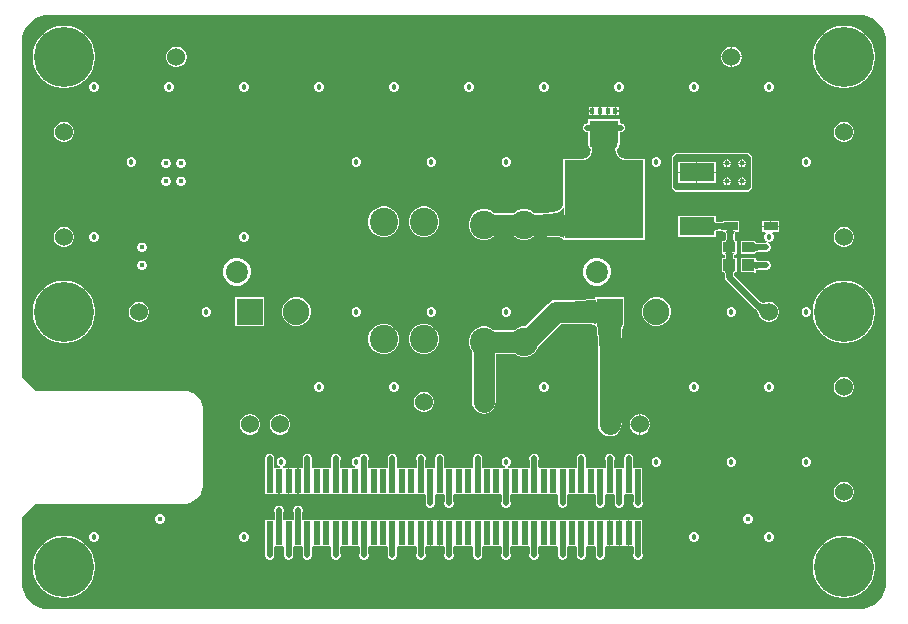
<source format=gbl>
G04*
G04 #@! TF.GenerationSoftware,Altium Limited,Altium Designer,24.0.1 (36)*
G04*
G04 Layer_Physical_Order=4*
G04 Layer_Color=16711680*
%FSLAX44Y44*%
%MOMM*%
G71*
G04*
G04 #@! TF.SameCoordinates,516FB9ED-FB34-4965-85CA-DC03E0874189*
G04*
G04*
G04 #@! TF.FilePolarity,Positive*
G04*
G01*
G75*
%ADD15R,1.0500X1.0000*%
%ADD16R,0.4000X0.3000*%
%ADD17R,0.3800X0.4300*%
%ADD18R,0.3500X0.5000*%
%ADD19R,1.0000X0.9500*%
%ADD20R,1.2100X0.7300*%
%ADD21R,3.0000X1.6000*%
%ADD22R,6.7000X6.7000*%
%ADD41R,2.4500X1.9800*%
%ADD42C,1.7780*%
%ADD43C,0.5080*%
%ADD44C,1.5240*%
%ADD45C,2.4000*%
%ADD46C,2.2400*%
%ADD47R,2.2400X2.2400*%
%ADD48C,1.8600*%
%ADD49C,0.4524*%
%ADD50C,5.0800*%
%ADD51C,0.4572*%
%ADD62R,0.5000X2.0000*%
G36*
X347406Y143304D02*
X351739Y141990D01*
X355733Y139855D01*
X359233Y136983D01*
X362105Y133483D01*
X364240Y129489D01*
X365554Y125156D01*
X365989Y120747D01*
X365969Y120650D01*
Y-336550D01*
X365989Y-336647D01*
X365554Y-341056D01*
X364240Y-345389D01*
X362105Y-349383D01*
X359233Y-352883D01*
X355733Y-355756D01*
X351739Y-357890D01*
X347406Y-359204D01*
X342998Y-359639D01*
X342900Y-359619D01*
X-342900D01*
X-342998Y-359639D01*
X-347406Y-359204D01*
X-351739Y-357890D01*
X-355733Y-355756D01*
X-359233Y-352883D01*
X-362105Y-349383D01*
X-364240Y-345389D01*
X-365554Y-341056D01*
X-365989Y-336647D01*
X-365969Y-336550D01*
Y-281408D01*
X-354260Y-270313D01*
X-228600D01*
X-228595Y-270312D01*
X-228589Y-270313D01*
X-228575Y-270313D01*
X-228568Y-270312D01*
X-228561Y-270313D01*
X-227181Y-270297D01*
X-226985Y-270256D01*
X-226786Y-270254D01*
X-224083Y-269687D01*
X-223900Y-269609D01*
X-223705Y-269568D01*
X-221163Y-268489D01*
X-220998Y-268377D01*
X-220814Y-268299D01*
X-218530Y-266749D01*
X-218390Y-266607D01*
X-218225Y-266495D01*
X-216283Y-264531D01*
X-216173Y-264364D01*
X-216033Y-264223D01*
X-214509Y-261920D01*
X-214433Y-261735D01*
X-214323Y-261569D01*
X-213274Y-259015D01*
X-213236Y-258819D01*
X-213160Y-258635D01*
X-212625Y-255926D01*
X-212625Y-255726D01*
X-212586Y-255531D01*
Y-254150D01*
X-212587Y-254144D01*
X-212586Y-254138D01*
X-212587Y-253993D01*
Y-190500D01*
X-212588Y-190493D01*
X-212587Y-190486D01*
X-212587Y-190471D01*
X-212588Y-190466D01*
X-212587Y-190460D01*
X-212603Y-189099D01*
X-212645Y-188903D01*
X-212647Y-188702D01*
X-213210Y-186039D01*
X-213289Y-185854D01*
X-213331Y-185658D01*
X-214402Y-183155D01*
X-214515Y-182990D01*
X-214594Y-182805D01*
X-216133Y-180560D01*
X-216277Y-180420D01*
X-216390Y-180254D01*
X-218337Y-178351D01*
X-218506Y-178242D01*
X-218649Y-178102D01*
X-220930Y-176616D01*
X-221117Y-176541D01*
X-221285Y-176431D01*
X-223811Y-175418D01*
X-224009Y-175382D01*
X-224195Y-175307D01*
X-226871Y-174806D01*
X-227072Y-174809D01*
X-227269Y-174772D01*
X-228619Y-174787D01*
X-353928D01*
X-365953Y-162762D01*
X-365969Y-162745D01*
Y120650D01*
X-365989Y120747D01*
X-365554Y125156D01*
X-364240Y129489D01*
X-362105Y133483D01*
X-359233Y136983D01*
X-355733Y139855D01*
X-351739Y141990D01*
X-347406Y143304D01*
X-342998Y143739D01*
X-342900Y143719D01*
X342900D01*
X342998Y143739D01*
X347406Y143304D01*
D02*
G37*
%LPC*%
G36*
X236087Y116586D02*
X235458D01*
Y108458D01*
X243586D01*
Y109087D01*
X242997Y111283D01*
X241861Y113253D01*
X240253Y114860D01*
X238283Y115997D01*
X236087Y116586D01*
D02*
G37*
G36*
X234442D02*
X233813D01*
X231617Y115997D01*
X229647Y114860D01*
X228039Y113253D01*
X226903Y111283D01*
X226314Y109087D01*
Y108458D01*
X234442D01*
Y116586D01*
D02*
G37*
G36*
X243586Y107442D02*
X235458D01*
Y99314D01*
X236087D01*
X238283Y99902D01*
X240253Y101039D01*
X241861Y102647D01*
X242997Y104617D01*
X243586Y106813D01*
Y107442D01*
D02*
G37*
G36*
X234442D02*
X226314D01*
Y106813D01*
X226903Y104617D01*
X228039Y102647D01*
X229647Y101039D01*
X231617Y99902D01*
X233813Y99314D01*
X234442D01*
Y107442D01*
D02*
G37*
G36*
X-233813Y116586D02*
X-236087D01*
X-238283Y115997D01*
X-240253Y114860D01*
X-241861Y113253D01*
X-242997Y111283D01*
X-243586Y109087D01*
Y106813D01*
X-242997Y104617D01*
X-241861Y102647D01*
X-240253Y101039D01*
X-238283Y99902D01*
X-236087Y99314D01*
X-233813D01*
X-231617Y99902D01*
X-229647Y101039D01*
X-228039Y102647D01*
X-226903Y104617D01*
X-226314Y106813D01*
Y109087D01*
X-226903Y111283D01*
X-228039Y113253D01*
X-229647Y114860D01*
X-231617Y115997D01*
X-233813Y116586D01*
D02*
G37*
G36*
X332279Y134366D02*
X328121D01*
X324014Y133716D01*
X320060Y132431D01*
X316355Y130543D01*
X312991Y128099D01*
X310051Y125159D01*
X307607Y121795D01*
X305719Y118090D01*
X304434Y114136D01*
X303784Y110029D01*
Y105871D01*
X304434Y101764D01*
X305719Y97810D01*
X307607Y94105D01*
X310051Y90741D01*
X312991Y87801D01*
X316355Y85357D01*
X320060Y83469D01*
X324014Y82184D01*
X328121Y81534D01*
X332279D01*
X336386Y82184D01*
X340340Y83469D01*
X344045Y85357D01*
X347409Y87801D01*
X350349Y90741D01*
X352793Y94105D01*
X354681Y97810D01*
X355966Y101764D01*
X356616Y105871D01*
Y110029D01*
X355966Y114136D01*
X354681Y118090D01*
X352793Y121795D01*
X350349Y125159D01*
X347409Y128099D01*
X344045Y130543D01*
X340340Y132431D01*
X336386Y133716D01*
X332279Y134366D01*
D02*
G37*
G36*
X-328121D02*
X-332279D01*
X-336386Y133716D01*
X-340340Y132431D01*
X-344045Y130543D01*
X-347409Y128099D01*
X-350349Y125159D01*
X-352793Y121795D01*
X-354681Y118090D01*
X-355966Y114136D01*
X-356616Y110029D01*
Y105871D01*
X-355966Y101764D01*
X-354681Y97810D01*
X-352793Y94105D01*
X-350349Y90741D01*
X-347409Y87801D01*
X-344045Y85357D01*
X-340340Y83469D01*
X-336386Y82184D01*
X-332279Y81534D01*
X-328121D01*
X-324014Y82184D01*
X-320060Y83469D01*
X-316355Y85357D01*
X-312991Y87801D01*
X-310051Y90741D01*
X-307607Y94105D01*
X-305719Y97810D01*
X-304434Y101764D01*
X-303784Y105871D01*
Y110029D01*
X-304434Y114136D01*
X-305719Y118090D01*
X-307607Y121795D01*
X-310051Y125159D01*
X-312991Y128099D01*
X-316355Y130543D01*
X-320060Y132431D01*
X-324014Y133716D01*
X-328121Y134366D01*
D02*
G37*
G36*
X267500Y86574D02*
X265900D01*
X264421Y85961D01*
X263289Y84829D01*
X262676Y83350D01*
Y81750D01*
X263289Y80271D01*
X264421Y79139D01*
X265900Y78526D01*
X267500D01*
X268979Y79139D01*
X270111Y80271D01*
X270724Y81750D01*
Y83350D01*
X270111Y84829D01*
X268979Y85961D01*
X267500Y86574D01*
D02*
G37*
G36*
X204000D02*
X202400D01*
X200921Y85961D01*
X199789Y84829D01*
X199176Y83350D01*
Y81750D01*
X199789Y80271D01*
X200921Y79139D01*
X202400Y78526D01*
X204000D01*
X205479Y79139D01*
X206611Y80271D01*
X207224Y81750D01*
Y83350D01*
X206611Y84829D01*
X205479Y85961D01*
X204000Y86574D01*
D02*
G37*
G36*
X140500D02*
X138900D01*
X137421Y85961D01*
X136289Y84829D01*
X135676Y83350D01*
Y81750D01*
X136289Y80271D01*
X137421Y79139D01*
X138900Y78526D01*
X140500D01*
X141979Y79139D01*
X143111Y80271D01*
X143724Y81750D01*
Y83350D01*
X143111Y84829D01*
X141979Y85961D01*
X140500Y86574D01*
D02*
G37*
G36*
X77000D02*
X75400D01*
X73921Y85961D01*
X72789Y84829D01*
X72176Y83350D01*
Y81750D01*
X72789Y80271D01*
X73921Y79139D01*
X75400Y78526D01*
X77000D01*
X78479Y79139D01*
X79611Y80271D01*
X80224Y81750D01*
Y83350D01*
X79611Y84829D01*
X78479Y85961D01*
X77000Y86574D01*
D02*
G37*
G36*
X13500D02*
X11900D01*
X10421Y85961D01*
X9289Y84829D01*
X8676Y83350D01*
Y81750D01*
X9289Y80271D01*
X10421Y79139D01*
X11900Y78526D01*
X13500D01*
X14979Y79139D01*
X16111Y80271D01*
X16724Y81750D01*
Y83350D01*
X16111Y84829D01*
X14979Y85961D01*
X13500Y86574D01*
D02*
G37*
G36*
X-50000D02*
X-51600D01*
X-53079Y85961D01*
X-54211Y84829D01*
X-54824Y83350D01*
Y81750D01*
X-54211Y80271D01*
X-53079Y79139D01*
X-51600Y78526D01*
X-50000D01*
X-48521Y79139D01*
X-47389Y80271D01*
X-46776Y81750D01*
Y83350D01*
X-47389Y84829D01*
X-48521Y85961D01*
X-50000Y86574D01*
D02*
G37*
G36*
X-113500D02*
X-115100D01*
X-116579Y85961D01*
X-117711Y84829D01*
X-118324Y83350D01*
Y81750D01*
X-117711Y80271D01*
X-116579Y79139D01*
X-115100Y78526D01*
X-113500D01*
X-112021Y79139D01*
X-110889Y80271D01*
X-110276Y81750D01*
Y83350D01*
X-110889Y84829D01*
X-112021Y85961D01*
X-113500Y86574D01*
D02*
G37*
G36*
X-177000D02*
X-178600D01*
X-180079Y85961D01*
X-181211Y84829D01*
X-181824Y83350D01*
Y81750D01*
X-181211Y80271D01*
X-180079Y79139D01*
X-178600Y78526D01*
X-177000D01*
X-175521Y79139D01*
X-174389Y80271D01*
X-173776Y81750D01*
Y83350D01*
X-174389Y84829D01*
X-175521Y85961D01*
X-177000Y86574D01*
D02*
G37*
G36*
X-240500D02*
X-242100D01*
X-243579Y85961D01*
X-244711Y84829D01*
X-245324Y83350D01*
Y81750D01*
X-244711Y80271D01*
X-243579Y79139D01*
X-242100Y78526D01*
X-240500D01*
X-239021Y79139D01*
X-237889Y80271D01*
X-237276Y81750D01*
Y83350D01*
X-237889Y84829D01*
X-239021Y85961D01*
X-240500Y86574D01*
D02*
G37*
G36*
X-304000D02*
X-305600D01*
X-307079Y85961D01*
X-308211Y84829D01*
X-308824Y83350D01*
Y81750D01*
X-308211Y80271D01*
X-307079Y79139D01*
X-305600Y78526D01*
X-304000D01*
X-302521Y79139D01*
X-301389Y80271D01*
X-300776Y81750D01*
Y83350D01*
X-301389Y84829D01*
X-302521Y85961D01*
X-304000Y86574D01*
D02*
G37*
G36*
X133984Y65566D02*
X133016D01*
X132714Y65566D01*
X130758D01*
Y62050D01*
Y58534D01*
X132714D01*
X133016Y58534D01*
X133984D01*
X134286Y58534D01*
X136242D01*
Y62050D01*
Y65566D01*
X134286D01*
X133984Y65566D01*
D02*
G37*
G36*
X127484D02*
X126516D01*
X126214Y65566D01*
X124258D01*
Y62050D01*
Y58534D01*
X126214D01*
X126516Y58534D01*
X127484D01*
X127786Y58534D01*
X129742D01*
Y62050D01*
Y65566D01*
X127786D01*
X127484Y65566D01*
D02*
G37*
G36*
X137258Y65566D02*
Y62558D01*
X139516D01*
Y65566D01*
X137258D01*
D02*
G37*
G36*
X116742D02*
X114484D01*
Y62558D01*
X116742D01*
Y65566D01*
D02*
G37*
G36*
X139516Y61542D02*
X137258D01*
Y58534D01*
X139516D01*
Y61542D01*
D02*
G37*
G36*
X120984Y65566D02*
X120016D01*
X119714Y65566D01*
X117758D01*
Y62050D01*
Y58534D01*
X119714D01*
X120016Y58534D01*
X120984D01*
X121286Y58534D01*
X123242D01*
Y62050D01*
Y65566D01*
X121286D01*
X120984Y65566D01*
D02*
G37*
G36*
X116742Y61542D02*
X114484D01*
Y58534D01*
X116742D01*
Y61542D01*
D02*
G37*
G36*
X331337Y53086D02*
X329063D01*
X326867Y52498D01*
X324897Y51361D01*
X323289Y49753D01*
X322152Y47783D01*
X321564Y45587D01*
Y43313D01*
X322152Y41117D01*
X323289Y39147D01*
X324897Y37540D01*
X326867Y36402D01*
X329063Y35814D01*
X331337D01*
X333533Y36402D01*
X335503Y37540D01*
X337110Y39147D01*
X338247Y41117D01*
X338836Y43313D01*
Y45587D01*
X338247Y47783D01*
X337110Y49753D01*
X335503Y51361D01*
X333533Y52498D01*
X331337Y53086D01*
D02*
G37*
G36*
X-329063D02*
X-331337D01*
X-333533Y52498D01*
X-335503Y51361D01*
X-337110Y49753D01*
X-338247Y47783D01*
X-338836Y45587D01*
Y43313D01*
X-338247Y41117D01*
X-337110Y39147D01*
X-335503Y37540D01*
X-333533Y36402D01*
X-331337Y35814D01*
X-329063D01*
X-326867Y36402D01*
X-324897Y37540D01*
X-323289Y39147D01*
X-322152Y41117D01*
X-321564Y43313D01*
Y45587D01*
X-322152Y47783D01*
X-323289Y49753D01*
X-324897Y51361D01*
X-326867Y52498D01*
X-329063Y53086D01*
D02*
G37*
G36*
X299250Y23074D02*
X297650D01*
X296171Y22461D01*
X295039Y21329D01*
X294426Y19850D01*
Y18250D01*
X295039Y16771D01*
X296171Y15639D01*
X297650Y15026D01*
X299250D01*
X300729Y15639D01*
X301861Y16771D01*
X302474Y18250D01*
Y19850D01*
X301861Y21329D01*
X300729Y22461D01*
X299250Y23074D01*
D02*
G37*
G36*
X172250D02*
X170650D01*
X169171Y22461D01*
X168039Y21329D01*
X167426Y19850D01*
Y18250D01*
X168039Y16771D01*
X169171Y15639D01*
X170650Y15026D01*
X172250D01*
X173729Y15639D01*
X174861Y16771D01*
X175474Y18250D01*
Y19850D01*
X174861Y21329D01*
X173729Y22461D01*
X172250Y23074D01*
D02*
G37*
G36*
X45250D02*
X43650D01*
X42171Y22461D01*
X41039Y21329D01*
X40426Y19850D01*
Y18250D01*
X41039Y16771D01*
X42171Y15639D01*
X43650Y15026D01*
X45250D01*
X46729Y15639D01*
X47861Y16771D01*
X48474Y18250D01*
Y19850D01*
X47861Y21329D01*
X46729Y22461D01*
X45250Y23074D01*
D02*
G37*
G36*
X-18250D02*
X-19850D01*
X-21329Y22461D01*
X-22461Y21329D01*
X-23074Y19850D01*
Y18250D01*
X-22461Y16771D01*
X-21329Y15639D01*
X-19850Y15026D01*
X-18250D01*
X-16771Y15639D01*
X-15639Y16771D01*
X-15026Y18250D01*
Y19850D01*
X-15639Y21329D01*
X-16771Y22461D01*
X-18250Y23074D01*
D02*
G37*
G36*
X-81750D02*
X-83350D01*
X-84829Y22461D01*
X-85961Y21329D01*
X-86574Y19850D01*
Y18250D01*
X-85961Y16771D01*
X-84829Y15639D01*
X-83350Y15026D01*
X-81750D01*
X-80271Y15639D01*
X-79139Y16771D01*
X-78526Y18250D01*
Y19850D01*
X-79139Y21329D01*
X-80271Y22461D01*
X-81750Y23074D01*
D02*
G37*
G36*
X-272250D02*
X-273850D01*
X-275329Y22461D01*
X-276461Y21329D01*
X-277074Y19850D01*
Y18250D01*
X-276461Y16771D01*
X-275329Y15639D01*
X-273850Y15026D01*
X-272250D01*
X-270771Y15639D01*
X-269639Y16771D01*
X-269026Y18250D01*
Y19850D01*
X-269639Y21329D01*
X-270771Y22461D01*
X-272250Y23074D01*
D02*
G37*
G36*
X-230344Y21780D02*
X-231936D01*
X-233406Y21171D01*
X-234531Y20046D01*
X-235140Y18576D01*
Y16984D01*
X-234531Y15514D01*
X-233406Y14389D01*
X-231936Y13780D01*
X-230344D01*
X-228874Y14389D01*
X-227749Y15514D01*
X-227140Y16984D01*
Y18576D01*
X-227749Y20046D01*
X-228874Y21171D01*
X-230344Y21780D01*
D02*
G37*
G36*
X-243044D02*
X-244636D01*
X-246106Y21171D01*
X-247231Y20046D01*
X-247840Y18576D01*
Y16984D01*
X-247231Y15514D01*
X-246106Y14389D01*
X-244636Y13780D01*
X-243044D01*
X-241574Y14389D01*
X-240449Y15514D01*
X-239840Y16984D01*
Y18576D01*
X-240449Y20046D01*
X-241574Y21171D01*
X-243044Y21780D01*
D02*
G37*
G36*
X-230344Y6540D02*
X-231936D01*
X-233406Y5931D01*
X-234531Y4806D01*
X-235140Y3336D01*
Y1744D01*
X-234531Y274D01*
X-233406Y-851D01*
X-231936Y-1460D01*
X-230344D01*
X-228874Y-851D01*
X-227749Y274D01*
X-227140Y1744D01*
Y3336D01*
X-227749Y4806D01*
X-228874Y5931D01*
X-230344Y6540D01*
D02*
G37*
G36*
X-243044D02*
X-244636D01*
X-246106Y5931D01*
X-247231Y4806D01*
X-247840Y3336D01*
Y1744D01*
X-247231Y274D01*
X-246106Y-851D01*
X-244636Y-1460D01*
X-243044D01*
X-241574Y-851D01*
X-240449Y274D01*
X-239840Y1744D01*
Y3336D01*
X-240449Y4806D01*
X-241574Y5931D01*
X-243044Y6540D01*
D02*
G37*
G36*
X248920Y26500D02*
X187960D01*
X187575Y26340D01*
X187190Y26185D01*
X184600Y23645D01*
X184598Y23640D01*
X184593Y23638D01*
X184434Y23254D01*
X184271Y22871D01*
X184273Y22865D01*
X184270Y22860D01*
Y-2540D01*
X184273Y-2545D01*
X184271Y-2551D01*
X184433Y-2933D01*
X184593Y-3318D01*
X184598Y-3320D01*
X184600Y-3325D01*
X187190Y-5865D01*
X187575Y-6020D01*
X187960Y-6180D01*
X228600Y-6180D01*
X248920Y-6180D01*
X249698Y-5857D01*
X249698Y-5857D01*
X252238Y-3318D01*
X252560Y-2540D01*
Y22860D01*
X252238Y23638D01*
X249698Y26178D01*
X248920Y26500D01*
D02*
G37*
G36*
X140266Y55366D02*
X113734D01*
Y51676D01*
X112850D01*
X111462Y51400D01*
X111188Y51216D01*
X109934D01*
Y50086D01*
X109500Y49437D01*
X109224Y48050D01*
X109500Y46663D01*
X109934Y46013D01*
Y44884D01*
X111188D01*
X111462Y44700D01*
X112850Y44424D01*
X113734D01*
Y34894D01*
X113722Y34878D01*
X113734Y34776D01*
X113734Y34709D01*
X113681Y34581D01*
X113734Y33534D01*
X114234Y32471D01*
Y30534D01*
X115398D01*
X116124Y29291D01*
X115643Y27503D01*
X114903Y25689D01*
X114028Y24255D01*
X113035Y23185D01*
X111924Y22442D01*
X110665Y21997D01*
X109105Y21833D01*
X109074Y21816D01*
X92484D01*
Y-16223D01*
X92467Y-16254D01*
X92301Y-17814D01*
X91855Y-19073D01*
X91112Y-20185D01*
X90040Y-21178D01*
X88606Y-22053D01*
X86793Y-22794D01*
X84597Y-23384D01*
X82021Y-23813D01*
X79070Y-24073D01*
X75803Y-24158D01*
X67816D01*
X67392Y-23735D01*
X64424Y-22021D01*
X61114Y-21134D01*
X57686D01*
X54376Y-22021D01*
X51408Y-23735D01*
X50984Y-24158D01*
X33816D01*
X33392Y-23735D01*
X30424Y-22021D01*
X27114Y-21134D01*
X23686D01*
X20376Y-22021D01*
X17408Y-23735D01*
X14985Y-26158D01*
X13271Y-29126D01*
X12384Y-32436D01*
Y-35864D01*
X13271Y-39174D01*
X14985Y-42142D01*
X17408Y-44565D01*
X20376Y-46279D01*
X23686Y-47166D01*
X27114D01*
X30424Y-46279D01*
X33392Y-44565D01*
X33816Y-44142D01*
X50984D01*
X51408Y-44565D01*
X54376Y-46279D01*
X57686Y-47166D01*
X61114D01*
X64424Y-46279D01*
X67392Y-44565D01*
X67816Y-44142D01*
X75829D01*
X82099Y-44264D01*
X87010Y-44634D01*
X88891Y-44905D01*
X90399Y-45230D01*
X91500Y-45590D01*
X91761Y-45727D01*
X92484Y-46655D01*
Y-46655D01*
X92484D01*
X92484Y-47216D01*
X93529Y-47269D01*
X93658Y-47216D01*
X93776Y-47216D01*
X93846Y-47223D01*
X93854Y-47216D01*
X161516D01*
Y21816D01*
X144926D01*
X144895Y21833D01*
X143335Y21997D01*
X142076Y22442D01*
X140965Y23185D01*
X139972Y24255D01*
X139097Y25689D01*
X138357Y27503D01*
X137876Y29291D01*
X138602Y30534D01*
X139766D01*
Y33034D01*
X140266Y33534D01*
X140319Y34581D01*
X140266Y34709D01*
X140266Y34776D01*
X140278Y34878D01*
X140266Y34894D01*
Y44424D01*
X141150D01*
X142537Y44700D01*
X142812Y44884D01*
X144066D01*
Y46013D01*
X144500Y46663D01*
X144776Y48050D01*
X144500Y49437D01*
X144066Y50086D01*
Y51216D01*
X142812D01*
X142537Y51400D01*
X141150Y51676D01*
X140266D01*
Y55366D01*
D02*
G37*
G36*
X275326Y-30894D02*
X268768D01*
Y-35052D01*
X275326D01*
Y-30894D01*
D02*
G37*
G36*
X267752D02*
X261194D01*
Y-35052D01*
X267752D01*
Y-30894D01*
D02*
G37*
G36*
X221516Y-26544D02*
X189484D01*
Y-44576D01*
X221516D01*
Y-40786D01*
X221533Y-40756D01*
X221570Y-40403D01*
X221634Y-40224D01*
X221740Y-40065D01*
X221922Y-39897D01*
X222212Y-39721D01*
X222630Y-39551D01*
X223176Y-39405D01*
X223848Y-39293D01*
X224641Y-39224D01*
X224713Y-39222D01*
X226060Y-39293D01*
X226438Y-39337D01*
X227594Y-39666D01*
Y-39667D01*
X227594Y-39667D01*
Y-40226D01*
X228641Y-40279D01*
X228760Y-40230D01*
X228784Y-40243D01*
X229137Y-40280D01*
X229317Y-40344D01*
X229475Y-40450D01*
X229643Y-40632D01*
X229820Y-40922D01*
X229989Y-41340D01*
X230135Y-41886D01*
X230247Y-42558D01*
X230316Y-43351D01*
X230331Y-43900D01*
X230316Y-44447D01*
X230247Y-45240D01*
X230135Y-45911D01*
X229989Y-46456D01*
X229820Y-46873D01*
X229643Y-47165D01*
X229474Y-47347D01*
X229315Y-47455D01*
X229135Y-47519D01*
X228781Y-47558D01*
X228751Y-47574D01*
X227284D01*
Y-57836D01*
X227284Y-57854D01*
X227237Y-57939D01*
X227241Y-58035D01*
X227231Y-58060D01*
X227284Y-59106D01*
X227843D01*
Y-59106D01*
X227844D01*
X229004Y-59543D01*
X229160Y-59810D01*
X229323Y-60227D01*
X229463Y-60773D01*
X229470Y-60814D01*
X229455Y-60904D01*
X229309Y-61451D01*
X229139Y-61868D01*
X228963Y-62158D01*
X228795Y-62340D01*
X228636Y-62446D01*
X228457Y-62510D01*
X228104Y-62547D01*
X228074Y-62564D01*
X227034D01*
Y-74596D01*
X228338D01*
X228367Y-74612D01*
X228662Y-74645D01*
X228786Y-74692D01*
X228904Y-74775D01*
X229042Y-74934D01*
X229196Y-75202D01*
X229347Y-75595D01*
X229477Y-76111D01*
X229576Y-76747D01*
X229639Y-77499D01*
X229661Y-78387D01*
X229695Y-78465D01*
X229950Y-79747D01*
X230736Y-80924D01*
X255041Y-105228D01*
X255053Y-105260D01*
X255480Y-105709D01*
X256281Y-106689D01*
X256635Y-107191D01*
X257337Y-108343D01*
X257647Y-108934D01*
X258246Y-110262D01*
X258520Y-110969D01*
X258587Y-111040D01*
X258652Y-111283D01*
X259790Y-113253D01*
X261397Y-114860D01*
X263367Y-115997D01*
X265563Y-116586D01*
X267837D01*
X270033Y-115997D01*
X272003Y-114860D01*
X273610Y-113253D01*
X274748Y-111283D01*
X275336Y-109087D01*
Y-106813D01*
X274748Y-104617D01*
X273610Y-102647D01*
X272003Y-101039D01*
X270033Y-99902D01*
X267837Y-99314D01*
X265563D01*
X263698Y-99814D01*
X263588Y-99806D01*
X262996Y-100002D01*
X262482Y-100112D01*
X261992Y-100157D01*
X261519Y-100140D01*
X261059Y-100062D01*
X260603Y-99923D01*
X260146Y-99718D01*
X259685Y-99442D01*
X259218Y-99090D01*
X258714Y-98628D01*
X258685Y-98618D01*
X237008Y-76940D01*
X237024Y-76747D01*
X237123Y-76111D01*
X237253Y-75595D01*
X237404Y-75202D01*
X237558Y-74934D01*
X237696Y-74775D01*
X237814Y-74692D01*
X237938Y-74645D01*
X238233Y-74612D01*
X238262Y-74596D01*
X239566D01*
Y-62564D01*
X238526D01*
X238496Y-62547D01*
X238143Y-62510D01*
X237964Y-62446D01*
X237805Y-62340D01*
X237637Y-62158D01*
X237461Y-61868D01*
X237291Y-61451D01*
X237145Y-60904D01*
X237130Y-60814D01*
X237136Y-60773D01*
X237277Y-60227D01*
X237440Y-59810D01*
X237596Y-59543D01*
X238756Y-59106D01*
X238757D01*
Y-59106D01*
X239316Y-59106D01*
X239369Y-58060D01*
X239359Y-58035D01*
X239363Y-57939D01*
X239316Y-57854D01*
Y-48854D01*
X239357Y-48787D01*
X239342Y-48682D01*
X239369Y-48617D01*
X239316Y-47574D01*
X238752D01*
Y-47574D01*
X238751D01*
X237926Y-46733D01*
X237872Y-46542D01*
X237768Y-45984D01*
X237636Y-44449D01*
X237628Y-43969D01*
X237644Y-43351D01*
X237713Y-42558D01*
X237825Y-41886D01*
X237971Y-41340D01*
X238141Y-40922D01*
X238317Y-40632D01*
X238485Y-40450D01*
X238644Y-40344D01*
X238823Y-40280D01*
X239176Y-40243D01*
X239206Y-40226D01*
X241726D01*
Y-30894D01*
X228933D01*
X228905Y-30873D01*
X228768Y-30894D01*
X228641Y-30841D01*
X227594Y-30894D01*
Y-31453D01*
X227594D01*
Y-31454D01*
X226436Y-31771D01*
X224666Y-31897D01*
X224641Y-31896D01*
X223848Y-31827D01*
X223176Y-31715D01*
X222630Y-31569D01*
X222212Y-31399D01*
X221922Y-31223D01*
X221740Y-31055D01*
X221634Y-30896D01*
X221570Y-30717D01*
X221533Y-30364D01*
X221516Y-30334D01*
Y-26544D01*
D02*
G37*
G36*
X-23686Y-18734D02*
X-27114D01*
X-30424Y-19621D01*
X-33392Y-21335D01*
X-35815Y-23758D01*
X-37529Y-26726D01*
X-38416Y-30036D01*
Y-33464D01*
X-37529Y-36774D01*
X-35815Y-39742D01*
X-33392Y-42165D01*
X-30424Y-43879D01*
X-27114Y-44766D01*
X-23686D01*
X-20376Y-43879D01*
X-17408Y-42165D01*
X-14985Y-39742D01*
X-13271Y-36774D01*
X-12384Y-33464D01*
Y-30036D01*
X-13271Y-26726D01*
X-14985Y-23758D01*
X-17408Y-21335D01*
X-20376Y-19621D01*
X-23686Y-18734D01*
D02*
G37*
G36*
X-57686D02*
X-61114D01*
X-64424Y-19621D01*
X-67392Y-21335D01*
X-69815Y-23758D01*
X-71529Y-26726D01*
X-72416Y-30036D01*
Y-33464D01*
X-71529Y-36774D01*
X-69815Y-39742D01*
X-67392Y-42165D01*
X-64424Y-43879D01*
X-61114Y-44766D01*
X-57686D01*
X-54376Y-43879D01*
X-51408Y-42165D01*
X-48985Y-39742D01*
X-47271Y-36774D01*
X-46384Y-33464D01*
Y-30036D01*
X-47271Y-26726D01*
X-48985Y-23758D01*
X-51408Y-21335D01*
X-54376Y-19621D01*
X-57686Y-18734D01*
D02*
G37*
G36*
X275326Y-36068D02*
X268260D01*
X261194D01*
Y-40226D01*
X263437D01*
X263963Y-41496D01*
X263289Y-42171D01*
X262676Y-43650D01*
Y-45250D01*
X263289Y-46729D01*
X264421Y-47861D01*
X264924Y-48070D01*
X264672Y-49340D01*
X263364D01*
X262461Y-49714D01*
X259406D01*
X259374Y-49701D01*
X258438Y-49679D01*
X257640Y-49619D01*
X256961Y-49522D01*
X256405Y-49394D01*
X255979Y-49244D01*
X255879Y-49191D01*
X255316Y-48134D01*
Y-48133D01*
X255316Y-48133D01*
X255316Y-47574D01*
X254270Y-47521D01*
X254240Y-47533D01*
X254136Y-47529D01*
X254056Y-47574D01*
X243284D01*
Y-59106D01*
X254046D01*
X254056Y-59106D01*
X254136Y-59151D01*
X254240Y-59147D01*
X254270Y-59159D01*
X255316Y-59106D01*
Y-58547D01*
X255316Y-58547D01*
Y-58546D01*
X255879Y-57489D01*
X255979Y-57436D01*
X256405Y-57287D01*
X256961Y-57158D01*
X257640Y-57061D01*
X258438Y-57001D01*
X259374Y-56979D01*
X259405Y-56966D01*
X262461D01*
X263364Y-57340D01*
X264956D01*
X266426Y-56731D01*
X267551Y-55606D01*
X268160Y-54136D01*
Y-52544D01*
X267551Y-51074D01*
X266426Y-49949D01*
X265931Y-49744D01*
X266184Y-48474D01*
X267500D01*
X268979Y-47861D01*
X270111Y-46729D01*
X270724Y-45250D01*
Y-43650D01*
X270111Y-42171D01*
X269437Y-41496D01*
X269963Y-40226D01*
X275326D01*
Y-36068D01*
D02*
G37*
G36*
X-177000Y-40426D02*
X-178600D01*
X-180079Y-41039D01*
X-181211Y-42171D01*
X-181824Y-43650D01*
Y-45250D01*
X-181211Y-46729D01*
X-180079Y-47861D01*
X-178600Y-48474D01*
X-177000D01*
X-175521Y-47861D01*
X-174389Y-46729D01*
X-173776Y-45250D01*
Y-43650D01*
X-174389Y-42171D01*
X-175521Y-41039D01*
X-177000Y-40426D01*
D02*
G37*
G36*
X-304000D02*
X-305600D01*
X-307079Y-41039D01*
X-308211Y-42171D01*
X-308824Y-43650D01*
Y-45250D01*
X-308211Y-46729D01*
X-307079Y-47861D01*
X-305600Y-48474D01*
X-304000D01*
X-302521Y-47861D01*
X-301389Y-46729D01*
X-300776Y-45250D01*
Y-43650D01*
X-301389Y-42171D01*
X-302521Y-41039D01*
X-304000Y-40426D01*
D02*
G37*
G36*
X331337Y-35814D02*
X329063D01*
X326867Y-36402D01*
X324897Y-37540D01*
X323289Y-39147D01*
X322152Y-41117D01*
X321564Y-43313D01*
Y-45587D01*
X322152Y-47783D01*
X323289Y-49753D01*
X324897Y-51361D01*
X326867Y-52498D01*
X329063Y-53086D01*
X331337D01*
X333533Y-52498D01*
X335503Y-51361D01*
X337110Y-49753D01*
X338247Y-47783D01*
X338836Y-45587D01*
Y-43313D01*
X338247Y-41117D01*
X337110Y-39147D01*
X335503Y-37540D01*
X333533Y-36402D01*
X331337Y-35814D01*
D02*
G37*
G36*
X-329063D02*
X-331337D01*
X-333533Y-36402D01*
X-335503Y-37540D01*
X-337110Y-39147D01*
X-338247Y-41117D01*
X-338836Y-43313D01*
Y-45587D01*
X-338247Y-47783D01*
X-337110Y-49753D01*
X-335503Y-51361D01*
X-333533Y-52498D01*
X-331337Y-53086D01*
X-329063D01*
X-326867Y-52498D01*
X-324897Y-51361D01*
X-323289Y-49753D01*
X-322152Y-47783D01*
X-321564Y-45587D01*
Y-43313D01*
X-322152Y-41117D01*
X-323289Y-39147D01*
X-324897Y-37540D01*
X-326867Y-36402D01*
X-329063Y-35814D01*
D02*
G37*
G36*
X-263364Y-49340D02*
X-264956D01*
X-266426Y-49949D01*
X-267551Y-51074D01*
X-268160Y-52544D01*
Y-54136D01*
X-267551Y-55606D01*
X-266426Y-56731D01*
X-264956Y-57340D01*
X-263364D01*
X-261894Y-56731D01*
X-260769Y-55606D01*
X-260160Y-54136D01*
Y-52544D01*
X-260769Y-51074D01*
X-261894Y-49949D01*
X-263364Y-49340D01*
D02*
G37*
G36*
X254520Y-62511D02*
X254494Y-62521D01*
X254399Y-62517D01*
X254314Y-62564D01*
X243034D01*
Y-74596D01*
X254296D01*
X254314Y-74596D01*
X254399Y-74643D01*
X254494Y-74639D01*
X254520Y-74649D01*
X255566Y-74596D01*
Y-74037D01*
X255566D01*
Y-74036D01*
X256003Y-72876D01*
X256270Y-72720D01*
X256687Y-72557D01*
X257233Y-72417D01*
X257903Y-72310D01*
X258695Y-72243D01*
X259627Y-72219D01*
X259658Y-72206D01*
X262461D01*
X263364Y-72580D01*
X264956D01*
X266426Y-71971D01*
X267551Y-70846D01*
X268160Y-69376D01*
Y-67784D01*
X267551Y-66314D01*
X266426Y-65189D01*
X264956Y-64580D01*
X263364D01*
X262461Y-64954D01*
X259658D01*
X259627Y-64941D01*
X258695Y-64917D01*
X257903Y-64850D01*
X257233Y-64743D01*
X256687Y-64603D01*
X256270Y-64440D01*
X256003Y-64284D01*
X255566Y-63124D01*
Y-63123D01*
X255566D01*
X255566Y-62564D01*
X254520Y-62511D01*
D02*
G37*
G36*
X-263364Y-64580D02*
X-264956D01*
X-266426Y-65189D01*
X-267551Y-66314D01*
X-268160Y-67784D01*
Y-69376D01*
X-267551Y-70846D01*
X-266426Y-71971D01*
X-264956Y-72580D01*
X-263364D01*
X-261894Y-71971D01*
X-260769Y-70846D01*
X-260160Y-69376D01*
Y-67784D01*
X-260769Y-66314D01*
X-261894Y-65189D01*
X-263364Y-64580D01*
D02*
G37*
G36*
X122604Y-62150D02*
X119496D01*
X116495Y-62954D01*
X113805Y-64508D01*
X111608Y-66705D01*
X110054Y-69395D01*
X109250Y-72396D01*
Y-75504D01*
X110054Y-78505D01*
X111608Y-81195D01*
X113805Y-83392D01*
X116495Y-84946D01*
X119496Y-85750D01*
X122604D01*
X125605Y-84946D01*
X128295Y-83392D01*
X130492Y-81195D01*
X132046Y-78505D01*
X132850Y-75504D01*
Y-72396D01*
X132046Y-69395D01*
X130492Y-66705D01*
X128295Y-64508D01*
X125605Y-62954D01*
X122604Y-62150D01*
D02*
G37*
G36*
X-182197D02*
X-185303D01*
X-188305Y-62954D01*
X-190995Y-64508D01*
X-193192Y-66705D01*
X-194746Y-69395D01*
X-195550Y-72396D01*
Y-75504D01*
X-194746Y-78505D01*
X-193192Y-81195D01*
X-190995Y-83392D01*
X-188305Y-84946D01*
X-185303Y-85750D01*
X-182197D01*
X-179195Y-84946D01*
X-176505Y-83392D01*
X-174308Y-81195D01*
X-172754Y-78505D01*
X-171950Y-75504D01*
Y-72396D01*
X-172754Y-69395D01*
X-174308Y-66705D01*
X-176505Y-64508D01*
X-179195Y-62954D01*
X-182197Y-62150D01*
D02*
G37*
G36*
X299250Y-103926D02*
X297650D01*
X296171Y-104539D01*
X295039Y-105671D01*
X294426Y-107150D01*
Y-108750D01*
X295039Y-110229D01*
X296171Y-111361D01*
X297650Y-111974D01*
X299250D01*
X300729Y-111361D01*
X301861Y-110229D01*
X302474Y-108750D01*
Y-107150D01*
X301861Y-105671D01*
X300729Y-104539D01*
X299250Y-103926D01*
D02*
G37*
G36*
X235750D02*
X234150D01*
X232671Y-104539D01*
X231539Y-105671D01*
X230926Y-107150D01*
Y-108750D01*
X231539Y-110229D01*
X232671Y-111361D01*
X234150Y-111974D01*
X235750D01*
X237229Y-111361D01*
X238361Y-110229D01*
X238974Y-108750D01*
Y-107150D01*
X238361Y-105671D01*
X237229Y-104539D01*
X235750Y-103926D01*
D02*
G37*
G36*
X45250D02*
X43650D01*
X42171Y-104539D01*
X41039Y-105671D01*
X40426Y-107150D01*
Y-108750D01*
X41039Y-110229D01*
X42171Y-111361D01*
X43650Y-111974D01*
X45250D01*
X46729Y-111361D01*
X47861Y-110229D01*
X48474Y-108750D01*
Y-107150D01*
X47861Y-105671D01*
X46729Y-104539D01*
X45250Y-103926D01*
D02*
G37*
G36*
X-18250D02*
X-19850D01*
X-21329Y-104539D01*
X-22461Y-105671D01*
X-23074Y-107150D01*
Y-108750D01*
X-22461Y-110229D01*
X-21329Y-111361D01*
X-19850Y-111974D01*
X-18250D01*
X-16771Y-111361D01*
X-15639Y-110229D01*
X-15026Y-108750D01*
Y-107150D01*
X-15639Y-105671D01*
X-16771Y-104539D01*
X-18250Y-103926D01*
D02*
G37*
G36*
X-81750D02*
X-83350D01*
X-84829Y-104539D01*
X-85961Y-105671D01*
X-86574Y-107150D01*
Y-108750D01*
X-85961Y-110229D01*
X-84829Y-111361D01*
X-83350Y-111974D01*
X-81750D01*
X-80271Y-111361D01*
X-79139Y-110229D01*
X-78526Y-108750D01*
Y-107150D01*
X-79139Y-105671D01*
X-80271Y-104539D01*
X-81750Y-103926D01*
D02*
G37*
G36*
X-208750D02*
X-210350D01*
X-211829Y-104539D01*
X-212961Y-105671D01*
X-213574Y-107150D01*
Y-108750D01*
X-212961Y-110229D01*
X-211829Y-111361D01*
X-210350Y-111974D01*
X-208750D01*
X-207271Y-111361D01*
X-206139Y-110229D01*
X-205526Y-108750D01*
Y-107150D01*
X-206139Y-105671D01*
X-207271Y-104539D01*
X-208750Y-103926D01*
D02*
G37*
G36*
X-265563Y-99314D02*
X-267837D01*
X-270033Y-99902D01*
X-272003Y-101039D01*
X-273610Y-102647D01*
X-274748Y-104617D01*
X-275336Y-106813D01*
Y-109087D01*
X-274748Y-111283D01*
X-273610Y-113253D01*
X-272003Y-114860D01*
X-270033Y-115997D01*
X-267837Y-116586D01*
X-265563D01*
X-263367Y-115997D01*
X-261397Y-114860D01*
X-259790Y-113253D01*
X-258652Y-111283D01*
X-258064Y-109087D01*
Y-106813D01*
X-258652Y-104617D01*
X-259790Y-102647D01*
X-261397Y-101039D01*
X-263367Y-99902D01*
X-265563Y-99314D01*
D02*
G37*
G36*
X173058Y-95734D02*
X169842D01*
X166735Y-96566D01*
X163949Y-98175D01*
X161675Y-100449D01*
X160067Y-103235D01*
X159234Y-106342D01*
Y-109558D01*
X160067Y-112665D01*
X161675Y-115451D01*
X163949Y-117725D01*
X166735Y-119333D01*
X169842Y-120166D01*
X173058D01*
X176165Y-119333D01*
X178951Y-117725D01*
X181225Y-115451D01*
X182833Y-112665D01*
X183666Y-109558D01*
Y-106342D01*
X182833Y-103235D01*
X181225Y-100449D01*
X178951Y-98175D01*
X176165Y-96566D01*
X173058Y-95734D01*
D02*
G37*
G36*
X-131742D02*
X-134958D01*
X-138065Y-96566D01*
X-140851Y-98175D01*
X-143125Y-100449D01*
X-144733Y-103235D01*
X-145566Y-106342D01*
Y-109558D01*
X-144733Y-112665D01*
X-143125Y-115451D01*
X-140851Y-117725D01*
X-138065Y-119333D01*
X-134958Y-120166D01*
X-131742D01*
X-128635Y-119333D01*
X-125849Y-117725D01*
X-123575Y-115451D01*
X-121966Y-112665D01*
X-121134Y-109558D01*
Y-106342D01*
X-121966Y-103235D01*
X-123575Y-100449D01*
X-125849Y-98175D01*
X-128635Y-96566D01*
X-131742Y-95734D01*
D02*
G37*
G36*
X-160734D02*
X-185166D01*
Y-120166D01*
X-160734D01*
Y-95734D01*
D02*
G37*
G36*
X120681Y-95681D02*
X119634Y-95734D01*
Y-96293D01*
X119634D01*
Y-96294D01*
X118587Y-96930D01*
X117669Y-97149D01*
X106237Y-97938D01*
X103157Y-97958D01*
X86483D01*
X83897Y-98299D01*
X81487Y-99297D01*
X79418Y-100885D01*
X59969Y-120334D01*
X57686D01*
X54376Y-121221D01*
X51408Y-122935D01*
X50984Y-123358D01*
X33816D01*
X33392Y-122935D01*
X30424Y-121221D01*
X27114Y-120334D01*
X23686D01*
X20376Y-121221D01*
X17408Y-122935D01*
X14985Y-125358D01*
X13271Y-128326D01*
X12384Y-131636D01*
Y-135064D01*
X13271Y-138374D01*
X14985Y-141342D01*
X15409Y-141766D01*
Y-184150D01*
X15749Y-186736D01*
X16747Y-189146D01*
X18335Y-191215D01*
X20404Y-192803D01*
X22814Y-193801D01*
X25400Y-194142D01*
X27986Y-193801D01*
X30396Y-192803D01*
X32465Y-191215D01*
X34053Y-189146D01*
X35051Y-186736D01*
X35391Y-184150D01*
Y-143342D01*
X50984D01*
X51408Y-143765D01*
X54376Y-145479D01*
X57686Y-146366D01*
X61114D01*
X64424Y-145479D01*
X67392Y-143765D01*
X69815Y-141342D01*
X71529Y-138374D01*
X72019Y-136544D01*
X90622Y-117942D01*
X103157D01*
X106257Y-117962D01*
X111904Y-118143D01*
X116103Y-118502D01*
X117623Y-118740D01*
X118754Y-119010D01*
X119440Y-119274D01*
X119604Y-119393D01*
X119634Y-119466D01*
Y-120166D01*
X120334D01*
X120407Y-120196D01*
X120527Y-120360D01*
X120790Y-121046D01*
X121049Y-122131D01*
X121838Y-133563D01*
X121859Y-136643D01*
Y-202970D01*
X122199Y-205556D01*
X123197Y-207966D01*
X124785Y-210035D01*
X125015Y-210265D01*
X127084Y-211853D01*
X129494Y-212851D01*
X132080Y-213192D01*
X134666Y-212851D01*
X137076Y-211853D01*
X139145Y-210265D01*
X140733Y-208196D01*
X141731Y-205786D01*
X142072Y-203200D01*
X141841Y-201453D01*
Y-136643D01*
X141862Y-133543D01*
X142043Y-127896D01*
X142402Y-123697D01*
X142640Y-122177D01*
X142870Y-121213D01*
X143506Y-120166D01*
X143507D01*
X143507Y-120166D01*
X144066Y-120166D01*
X144119Y-119120D01*
X144066Y-118991D01*
X144066Y-118896D01*
Y-95734D01*
X120904D01*
X120809Y-95734D01*
X120681Y-95681D01*
D02*
G37*
G36*
X332279Y-81534D02*
X328121D01*
X324014Y-82184D01*
X320060Y-83469D01*
X316355Y-85357D01*
X312991Y-87801D01*
X310051Y-90741D01*
X307607Y-94105D01*
X305719Y-97810D01*
X304434Y-101764D01*
X303784Y-105871D01*
Y-110029D01*
X304434Y-114136D01*
X305719Y-118090D01*
X307607Y-121795D01*
X310051Y-125159D01*
X312991Y-128099D01*
X316355Y-130543D01*
X320060Y-132431D01*
X324014Y-133716D01*
X328121Y-134366D01*
X332279D01*
X336386Y-133716D01*
X340340Y-132431D01*
X344045Y-130543D01*
X347409Y-128099D01*
X350349Y-125159D01*
X352793Y-121795D01*
X354681Y-118090D01*
X355966Y-114136D01*
X356616Y-110029D01*
Y-105871D01*
X355966Y-101764D01*
X354681Y-97810D01*
X352793Y-94105D01*
X350349Y-90741D01*
X347409Y-87801D01*
X344045Y-85357D01*
X340340Y-83469D01*
X336386Y-82184D01*
X332279Y-81534D01*
D02*
G37*
G36*
X-328121D02*
X-332279D01*
X-336386Y-82184D01*
X-340340Y-83469D01*
X-344045Y-85357D01*
X-347409Y-87801D01*
X-350349Y-90741D01*
X-352793Y-94105D01*
X-354681Y-97810D01*
X-355966Y-101764D01*
X-356616Y-105871D01*
Y-110029D01*
X-355966Y-114136D01*
X-354681Y-118090D01*
X-352793Y-121795D01*
X-350349Y-125159D01*
X-347409Y-128099D01*
X-344045Y-130543D01*
X-340340Y-132431D01*
X-336386Y-133716D01*
X-332279Y-134366D01*
X-328121D01*
X-324014Y-133716D01*
X-320060Y-132431D01*
X-316355Y-130543D01*
X-312991Y-128099D01*
X-310051Y-125159D01*
X-307607Y-121795D01*
X-305719Y-118090D01*
X-304434Y-114136D01*
X-303784Y-110029D01*
Y-105871D01*
X-304434Y-101764D01*
X-305719Y-97810D01*
X-307607Y-94105D01*
X-310051Y-90741D01*
X-312991Y-87801D01*
X-316355Y-85357D01*
X-320060Y-83469D01*
X-324014Y-82184D01*
X-328121Y-81534D01*
D02*
G37*
G36*
X-23686Y-117934D02*
X-27114D01*
X-30424Y-118821D01*
X-33392Y-120535D01*
X-35815Y-122958D01*
X-37529Y-125926D01*
X-38416Y-129236D01*
Y-132664D01*
X-37529Y-135974D01*
X-35815Y-138942D01*
X-33392Y-141365D01*
X-30424Y-143079D01*
X-27114Y-143966D01*
X-23686D01*
X-20376Y-143079D01*
X-17408Y-141365D01*
X-14985Y-138942D01*
X-13271Y-135974D01*
X-12384Y-132664D01*
Y-129236D01*
X-13271Y-125926D01*
X-14985Y-122958D01*
X-17408Y-120535D01*
X-20376Y-118821D01*
X-23686Y-117934D01*
D02*
G37*
G36*
X-57686D02*
X-61114D01*
X-64424Y-118821D01*
X-67392Y-120535D01*
X-69815Y-122958D01*
X-71529Y-125926D01*
X-72416Y-129236D01*
Y-132664D01*
X-71529Y-135974D01*
X-69815Y-138942D01*
X-67392Y-141365D01*
X-64424Y-143079D01*
X-61114Y-143966D01*
X-57686D01*
X-54376Y-143079D01*
X-51408Y-141365D01*
X-48985Y-138942D01*
X-47271Y-135974D01*
X-46384Y-132664D01*
Y-129236D01*
X-47271Y-125926D01*
X-48985Y-122958D01*
X-51408Y-120535D01*
X-54376Y-118821D01*
X-57686Y-117934D01*
D02*
G37*
G36*
X267500Y-167426D02*
X265900D01*
X264421Y-168039D01*
X263289Y-169171D01*
X262676Y-170650D01*
Y-172250D01*
X263289Y-173729D01*
X264421Y-174861D01*
X265900Y-175474D01*
X267500D01*
X268979Y-174861D01*
X270111Y-173729D01*
X270724Y-172250D01*
Y-170650D01*
X270111Y-169171D01*
X268979Y-168039D01*
X267500Y-167426D01*
D02*
G37*
G36*
X204000D02*
X202400D01*
X200921Y-168039D01*
X199789Y-169171D01*
X199176Y-170650D01*
Y-172250D01*
X199789Y-173729D01*
X200921Y-174861D01*
X202400Y-175474D01*
X204000D01*
X205479Y-174861D01*
X206611Y-173729D01*
X207224Y-172250D01*
Y-170650D01*
X206611Y-169171D01*
X205479Y-168039D01*
X204000Y-167426D01*
D02*
G37*
G36*
X77000D02*
X75400D01*
X73921Y-168039D01*
X72789Y-169171D01*
X72176Y-170650D01*
Y-172250D01*
X72789Y-173729D01*
X73921Y-174861D01*
X75400Y-175474D01*
X77000D01*
X78479Y-174861D01*
X79611Y-173729D01*
X80224Y-172250D01*
Y-170650D01*
X79611Y-169171D01*
X78479Y-168039D01*
X77000Y-167426D01*
D02*
G37*
G36*
X-50000D02*
X-51600D01*
X-53079Y-168039D01*
X-54211Y-169171D01*
X-54824Y-170650D01*
Y-172250D01*
X-54211Y-173729D01*
X-53079Y-174861D01*
X-51600Y-175474D01*
X-50000D01*
X-48521Y-174861D01*
X-47389Y-173729D01*
X-46776Y-172250D01*
Y-170650D01*
X-47389Y-169171D01*
X-48521Y-168039D01*
X-50000Y-167426D01*
D02*
G37*
G36*
X-113500D02*
X-115100D01*
X-116579Y-168039D01*
X-117711Y-169171D01*
X-118324Y-170650D01*
Y-172250D01*
X-117711Y-173729D01*
X-116579Y-174861D01*
X-115100Y-175474D01*
X-113500D01*
X-112021Y-174861D01*
X-110889Y-173729D01*
X-110276Y-172250D01*
Y-170650D01*
X-110889Y-169171D01*
X-112021Y-168039D01*
X-113500Y-167426D01*
D02*
G37*
G36*
X331337Y-162814D02*
X329063D01*
X326867Y-163403D01*
X324897Y-164540D01*
X323289Y-166147D01*
X322152Y-168117D01*
X321564Y-170313D01*
Y-172587D01*
X322152Y-174783D01*
X323289Y-176753D01*
X324897Y-178361D01*
X326867Y-179498D01*
X329063Y-180086D01*
X331337D01*
X333533Y-179498D01*
X335503Y-178361D01*
X337110Y-176753D01*
X338247Y-174783D01*
X338836Y-172587D01*
Y-170313D01*
X338247Y-168117D01*
X337110Y-166147D01*
X335503Y-164540D01*
X333533Y-163403D01*
X331337Y-162814D01*
D02*
G37*
G36*
X-24263Y-175514D02*
X-26537D01*
X-28733Y-176103D01*
X-30703Y-177239D01*
X-32311Y-178847D01*
X-33447Y-180817D01*
X-34036Y-183013D01*
Y-185287D01*
X-33447Y-187483D01*
X-32311Y-189453D01*
X-30703Y-191061D01*
X-28733Y-192197D01*
X-26537Y-192786D01*
X-24263D01*
X-22067Y-192197D01*
X-20097Y-191061D01*
X-18490Y-189453D01*
X-17352Y-187483D01*
X-16764Y-185287D01*
Y-183013D01*
X-17352Y-180817D01*
X-18490Y-178847D01*
X-20097Y-177239D01*
X-22067Y-176103D01*
X-24263Y-175514D01*
D02*
G37*
G36*
X158617Y-194564D02*
X157988D01*
Y-202692D01*
X166116D01*
Y-202063D01*
X165527Y-199867D01*
X164391Y-197897D01*
X162783Y-196290D01*
X160813Y-195152D01*
X158617Y-194564D01*
D02*
G37*
G36*
X156972D02*
X156343D01*
X154147Y-195152D01*
X152177Y-196290D01*
X150569Y-197897D01*
X149432Y-199867D01*
X148844Y-202063D01*
Y-202692D01*
X156972D01*
Y-194564D01*
D02*
G37*
G36*
X166116Y-203708D02*
X157988D01*
Y-211836D01*
X158617D01*
X160813Y-211248D01*
X162783Y-210110D01*
X164391Y-208503D01*
X165527Y-206533D01*
X166116Y-204337D01*
Y-203708D01*
D02*
G37*
G36*
X156972D02*
X148844D01*
Y-204337D01*
X149432Y-206533D01*
X150569Y-208503D01*
X152177Y-210110D01*
X154147Y-211248D01*
X156343Y-211836D01*
X156972D01*
Y-203708D01*
D02*
G37*
G36*
X-146183Y-194564D02*
X-148457D01*
X-150653Y-195152D01*
X-152623Y-196290D01*
X-154230Y-197897D01*
X-155367Y-199867D01*
X-155956Y-202063D01*
Y-204337D01*
X-155367Y-206533D01*
X-154230Y-208503D01*
X-152623Y-210110D01*
X-150653Y-211248D01*
X-148457Y-211836D01*
X-146183D01*
X-143987Y-211248D01*
X-142017Y-210110D01*
X-140409Y-208503D01*
X-139272Y-206533D01*
X-138684Y-204337D01*
Y-202063D01*
X-139272Y-199867D01*
X-140409Y-197897D01*
X-142017Y-196290D01*
X-143987Y-195152D01*
X-146183Y-194564D01*
D02*
G37*
G36*
X-171583D02*
X-173857D01*
X-176053Y-195152D01*
X-178023Y-196290D01*
X-179631Y-197897D01*
X-180767Y-199867D01*
X-181356Y-202063D01*
Y-204337D01*
X-180767Y-206533D01*
X-179631Y-208503D01*
X-178023Y-210110D01*
X-176053Y-211248D01*
X-173857Y-211836D01*
X-171583D01*
X-169387Y-211248D01*
X-167417Y-210110D01*
X-165809Y-208503D01*
X-164673Y-206533D01*
X-164084Y-204337D01*
Y-202063D01*
X-164673Y-199867D01*
X-165809Y-197897D01*
X-167417Y-196290D01*
X-169387Y-195152D01*
X-171583Y-194564D01*
D02*
G37*
G36*
X299250Y-230926D02*
X297650D01*
X296171Y-231539D01*
X295039Y-232671D01*
X294426Y-234150D01*
Y-235750D01*
X295039Y-237229D01*
X296171Y-238361D01*
X297650Y-238974D01*
X299250D01*
X300729Y-238361D01*
X301861Y-237229D01*
X302474Y-235750D01*
Y-234150D01*
X301861Y-232671D01*
X300729Y-231539D01*
X299250Y-230926D01*
D02*
G37*
G36*
X235750D02*
X234150D01*
X232671Y-231539D01*
X231539Y-232671D01*
X230926Y-234150D01*
Y-235750D01*
X231539Y-237229D01*
X232671Y-238361D01*
X234150Y-238974D01*
X235750D01*
X237229Y-238361D01*
X238361Y-237229D01*
X238974Y-235750D01*
Y-234150D01*
X238361Y-232671D01*
X237229Y-231539D01*
X235750Y-230926D01*
D02*
G37*
G36*
X172250D02*
X170650D01*
X169171Y-231539D01*
X168039Y-232671D01*
X167426Y-234150D01*
Y-235750D01*
X168039Y-237229D01*
X169171Y-238361D01*
X170650Y-238974D01*
X172250D01*
X173729Y-238361D01*
X174861Y-237229D01*
X175474Y-235750D01*
Y-234150D01*
X174861Y-232671D01*
X173729Y-231539D01*
X172250Y-230926D01*
D02*
G37*
G36*
X148796Y-228000D02*
X147204D01*
X145734Y-228609D01*
X144609Y-229734D01*
X144000Y-231204D01*
Y-232796D01*
X144374Y-233699D01*
Y-239119D01*
X143516Y-240034D01*
X143104Y-240034D01*
X136896D01*
X136484Y-240034D01*
X135626Y-239120D01*
Y-233699D01*
X136000Y-232796D01*
Y-231204D01*
X135391Y-229734D01*
X134266Y-228609D01*
X132796Y-228000D01*
X131204D01*
X129734Y-228609D01*
X128609Y-229734D01*
X128000Y-231204D01*
Y-232796D01*
X128374Y-233699D01*
Y-239119D01*
X127516Y-240034D01*
X127104Y-240034D01*
X120786D01*
X120484Y-240034D01*
X119516D01*
X119214Y-240034D01*
X112896D01*
X112484Y-240034D01*
X111626Y-239119D01*
Y-233699D01*
X112000Y-232796D01*
Y-231204D01*
X111391Y-229734D01*
X110266Y-228609D01*
X108796Y-228000D01*
X107204D01*
X105734Y-228609D01*
X104609Y-229734D01*
X104000Y-231204D01*
Y-232796D01*
X104374Y-233699D01*
Y-239120D01*
X103516Y-240034D01*
X103104Y-240034D01*
X96786D01*
X96484Y-240034D01*
X95516D01*
X95214Y-240034D01*
X88786D01*
X88484Y-240034D01*
X87516D01*
X87214Y-240034D01*
X80786D01*
X80484Y-240034D01*
X79516D01*
X79214Y-240034D01*
X72896D01*
X72484Y-240034D01*
X71626Y-239119D01*
Y-233699D01*
X72000Y-232796D01*
Y-231204D01*
X71391Y-229734D01*
X70266Y-228609D01*
X68796Y-228000D01*
X67204D01*
X65734Y-228609D01*
X64609Y-229734D01*
X64000Y-231204D01*
Y-232796D01*
X64374Y-233699D01*
Y-239120D01*
X63516Y-240034D01*
X63104Y-240034D01*
X56786D01*
X56484Y-240034D01*
X55516D01*
X55214Y-240034D01*
X48786D01*
X48484Y-240034D01*
X47516D01*
X47214Y-240034D01*
X46010D01*
X45757Y-238764D01*
X46729Y-238361D01*
X47861Y-237229D01*
X48474Y-235750D01*
Y-234150D01*
X47861Y-232671D01*
X46729Y-231539D01*
X45250Y-230926D01*
X43650D01*
X42171Y-231539D01*
X41039Y-232671D01*
X40426Y-234150D01*
Y-235750D01*
X41039Y-237229D01*
X42171Y-238361D01*
X43143Y-238764D01*
X42890Y-240034D01*
X40786D01*
X40484Y-240034D01*
X39516D01*
X39214Y-240034D01*
X32786D01*
X32484Y-240034D01*
X31516D01*
X31214Y-240034D01*
X24896D01*
X24484Y-240034D01*
X23626Y-239120D01*
Y-233699D01*
X24000Y-232796D01*
Y-231204D01*
X23391Y-229734D01*
X22266Y-228609D01*
X20796Y-228000D01*
X19204D01*
X17734Y-228609D01*
X16609Y-229734D01*
X16000Y-231204D01*
Y-232796D01*
X16374Y-233699D01*
Y-239120D01*
X15516Y-240034D01*
X15104Y-240034D01*
X8786D01*
X8484Y-240034D01*
X7516D01*
X7214Y-240034D01*
X786D01*
X484Y-240034D01*
X-484D01*
X-786Y-240034D01*
X-7104D01*
X-7516Y-240034D01*
X-8374Y-239120D01*
Y-233699D01*
X-8000Y-232796D01*
Y-231204D01*
X-8609Y-229734D01*
X-9734Y-228609D01*
X-11204Y-228000D01*
X-12796D01*
X-14266Y-228609D01*
X-15391Y-229734D01*
X-16000Y-231204D01*
Y-232796D01*
X-15626Y-233699D01*
Y-239120D01*
X-16484Y-240034D01*
X-16896Y-240034D01*
X-23104D01*
X-23516Y-240034D01*
X-24374Y-239120D01*
Y-233699D01*
X-24000Y-232796D01*
Y-231204D01*
X-24609Y-229734D01*
X-25734Y-228609D01*
X-27204Y-228000D01*
X-28796D01*
X-30266Y-228609D01*
X-31391Y-229734D01*
X-32000Y-231204D01*
Y-232796D01*
X-31626Y-233699D01*
Y-239120D01*
X-32484Y-240034D01*
X-32896Y-240034D01*
X-39214D01*
X-39516Y-240034D01*
X-40484D01*
X-40786Y-240034D01*
X-47104D01*
X-47516Y-240034D01*
X-48374Y-239120D01*
Y-233699D01*
X-48000Y-232796D01*
Y-231204D01*
X-48609Y-229734D01*
X-49734Y-228609D01*
X-51204Y-228000D01*
X-52796D01*
X-54266Y-228609D01*
X-55391Y-229734D01*
X-56000Y-231204D01*
Y-232796D01*
X-55626Y-233699D01*
Y-239119D01*
X-56484Y-240034D01*
X-56896Y-240034D01*
X-63214D01*
X-63516Y-240034D01*
X-64484D01*
X-64786Y-240034D01*
X-71104D01*
X-71516Y-240034D01*
X-72374Y-239120D01*
Y-233699D01*
X-72000Y-232796D01*
Y-231204D01*
X-72609Y-229734D01*
X-73734Y-228609D01*
X-75204Y-228000D01*
X-76796D01*
X-78266Y-228609D01*
X-79391Y-229734D01*
X-79709Y-230501D01*
X-80087Y-231200D01*
X-81242Y-231136D01*
X-81750Y-230926D01*
X-83350D01*
X-84829Y-231539D01*
X-85961Y-232671D01*
X-86574Y-234150D01*
Y-235750D01*
X-85961Y-237229D01*
X-84829Y-238361D01*
X-83857Y-238764D01*
X-84110Y-240034D01*
X-87214D01*
X-87516Y-240034D01*
X-88484D01*
X-88786Y-240034D01*
X-95104D01*
X-95516Y-240034D01*
X-96374Y-239120D01*
Y-233699D01*
X-96000Y-232796D01*
Y-231204D01*
X-96609Y-229734D01*
X-97734Y-228609D01*
X-99204Y-228000D01*
X-100796D01*
X-102266Y-228609D01*
X-103391Y-229734D01*
X-104000Y-231204D01*
Y-232796D01*
X-103626Y-233699D01*
Y-239119D01*
X-104484Y-240034D01*
X-104896Y-240034D01*
X-111214D01*
X-111516Y-240034D01*
X-112484D01*
X-112786Y-240034D01*
X-119104D01*
X-119516Y-240034D01*
X-120374Y-239120D01*
Y-233699D01*
X-120000Y-232796D01*
Y-231204D01*
X-120609Y-229734D01*
X-121734Y-228609D01*
X-123204Y-228000D01*
X-124796D01*
X-126266Y-228609D01*
X-127391Y-229734D01*
X-128000Y-231204D01*
Y-232796D01*
X-127626Y-233699D01*
Y-239119D01*
X-128484Y-240034D01*
X-128896Y-240034D01*
X-131492D01*
Y-251050D01*
Y-262066D01*
X-128786D01*
X-128484Y-262066D01*
X-127516D01*
X-127214Y-262066D01*
X-120786D01*
X-120484Y-262066D01*
X-119516D01*
X-119214Y-262066D01*
X-112786D01*
X-112484Y-262066D01*
X-111516D01*
X-111214Y-262066D01*
X-104786D01*
X-104484Y-262066D01*
X-103516D01*
X-103214Y-262066D01*
X-96786D01*
X-96484Y-262066D01*
X-95516D01*
X-95214Y-262066D01*
X-88786D01*
X-88484Y-262066D01*
X-87516D01*
X-87214Y-262066D01*
X-80786D01*
X-80484Y-262066D01*
X-79516D01*
X-79214Y-262066D01*
X-72786D01*
X-72484Y-262066D01*
X-71516D01*
X-71214Y-262066D01*
X-64786D01*
X-64484Y-262066D01*
X-63516D01*
X-63214Y-262066D01*
X-56786D01*
X-56484Y-262066D01*
X-55516D01*
X-55214Y-262066D01*
X-48786D01*
X-48484Y-262066D01*
X-47516D01*
X-47214Y-262066D01*
X-40786D01*
X-40484Y-262066D01*
X-39516D01*
X-39214Y-262066D01*
X-32786D01*
X-32484Y-262066D01*
X-31516D01*
X-31214Y-262066D01*
X-24896D01*
X-24484Y-262066D01*
X-23626Y-262980D01*
Y-268300D01*
X-24000Y-269204D01*
Y-270796D01*
X-23391Y-272266D01*
X-22266Y-273391D01*
X-20796Y-274000D01*
X-19204D01*
X-17734Y-273391D01*
X-16609Y-272266D01*
X-16000Y-270796D01*
Y-269204D01*
X-16374Y-268301D01*
Y-262980D01*
X-15516Y-262066D01*
X-15104Y-262066D01*
X-8896D01*
X-8484Y-262066D01*
X-7626Y-262980D01*
Y-268301D01*
X-8000Y-269204D01*
Y-270796D01*
X-7391Y-272266D01*
X-6266Y-273391D01*
X-4796Y-274000D01*
X-3204D01*
X-1734Y-273391D01*
X-609Y-272266D01*
X0Y-270796D01*
Y-269204D01*
X-374Y-268301D01*
Y-262980D01*
X484Y-262066D01*
X896Y-262066D01*
X7214D01*
X7516Y-262066D01*
X8484D01*
X8786Y-262066D01*
X15214D01*
X15516Y-262066D01*
X16484D01*
X16786Y-262066D01*
X23214D01*
X23516Y-262066D01*
X24484D01*
X24786Y-262066D01*
X31214D01*
X31516Y-262066D01*
X32484D01*
X32786Y-262066D01*
X39104D01*
X39516Y-262066D01*
X40374Y-262980D01*
Y-268301D01*
X40000Y-269204D01*
Y-270796D01*
X40609Y-272266D01*
X41734Y-273391D01*
X43204Y-274000D01*
X44796D01*
X46266Y-273391D01*
X47391Y-272266D01*
X48000Y-270796D01*
Y-269204D01*
X47626Y-268300D01*
Y-262980D01*
X48484Y-262066D01*
X48896Y-262066D01*
X55214D01*
X55516Y-262066D01*
X56484D01*
X56786Y-262066D01*
X63214D01*
X63516Y-262066D01*
X64484D01*
X64786Y-262066D01*
X71214D01*
X71516Y-262066D01*
X72484D01*
X72786Y-262066D01*
X79214D01*
X79516Y-262066D01*
X80484D01*
X80786Y-262066D01*
X87104D01*
X87516Y-262066D01*
X88374Y-262980D01*
Y-268301D01*
X88000Y-269204D01*
Y-270796D01*
X88609Y-272266D01*
X89734Y-273391D01*
X91204Y-274000D01*
X92796D01*
X94266Y-273391D01*
X95391Y-272266D01*
X96000Y-270796D01*
Y-269204D01*
X95626Y-268301D01*
Y-262981D01*
X96484Y-262066D01*
X96896Y-262066D01*
X103214D01*
X103516Y-262066D01*
X104484D01*
X104786Y-262066D01*
X111214D01*
X111516Y-262066D01*
X112484D01*
X112786Y-262066D01*
X119104D01*
X119516Y-262066D01*
X120374Y-262980D01*
Y-268301D01*
X120000Y-269204D01*
Y-270796D01*
X120609Y-272266D01*
X121734Y-273391D01*
X123204Y-274000D01*
X124796D01*
X126266Y-273391D01*
X127391Y-272266D01*
X128000Y-270796D01*
Y-269204D01*
X127626Y-268301D01*
Y-262980D01*
X128484Y-262066D01*
X128896Y-262066D01*
X135104D01*
X135516Y-262066D01*
X136374Y-262981D01*
Y-268301D01*
X136000Y-269204D01*
Y-270796D01*
X136609Y-272266D01*
X137734Y-273391D01*
X139204Y-274000D01*
X140796D01*
X142266Y-273391D01*
X143391Y-272266D01*
X144000Y-270796D01*
Y-269204D01*
X143626Y-268301D01*
Y-262980D01*
X144484Y-262066D01*
X144896Y-262066D01*
X151104D01*
X151516Y-262066D01*
X152374Y-262981D01*
Y-268301D01*
X152000Y-269204D01*
Y-270796D01*
X152609Y-272266D01*
X153734Y-273391D01*
X155204Y-274000D01*
X156796D01*
X158266Y-273391D01*
X159391Y-272266D01*
X160000Y-270796D01*
Y-269204D01*
X159626Y-268301D01*
Y-251051D01*
X159626Y-251050D01*
X159516Y-250499D01*
Y-240034D01*
X152896D01*
X152484Y-240034D01*
X151626Y-239120D01*
Y-233699D01*
X152000Y-232796D01*
Y-231204D01*
X151391Y-229734D01*
X150266Y-228609D01*
X148796Y-228000D01*
D02*
G37*
G36*
X-135516Y-240034D02*
X-136484D01*
X-136786Y-240034D01*
X-139492D01*
Y-251050D01*
Y-262066D01*
X-136786D01*
X-136484Y-262066D01*
X-135516D01*
X-135214Y-262066D01*
X-132508D01*
Y-251050D01*
Y-240034D01*
X-135214D01*
X-135516Y-240034D01*
D02*
G37*
G36*
X-155204Y-228000D02*
X-156796D01*
X-158266Y-228609D01*
X-159391Y-229734D01*
X-160000Y-231204D01*
Y-232796D01*
X-159626Y-233699D01*
Y-251049D01*
X-159626Y-251050D01*
X-159516Y-251602D01*
Y-262066D01*
X-152786D01*
X-152484Y-262066D01*
X-151516D01*
X-151214Y-262066D01*
X-148508D01*
Y-251050D01*
X-147492D01*
Y-262066D01*
X-144786D01*
X-144484Y-262066D01*
X-143516D01*
X-143214Y-262066D01*
X-140508D01*
Y-251050D01*
Y-240034D01*
X-143214D01*
X-143516Y-240034D01*
X-144490D01*
X-144743Y-238764D01*
X-143771Y-238361D01*
X-142639Y-237229D01*
X-142026Y-235750D01*
Y-234150D01*
X-142639Y-232671D01*
X-143771Y-231539D01*
X-145250Y-230926D01*
X-146850D01*
X-148329Y-231539D01*
X-149461Y-232671D01*
X-150074Y-234150D01*
Y-235750D01*
X-149461Y-237229D01*
X-148329Y-238361D01*
X-147357Y-238764D01*
X-147610Y-240034D01*
X-151104D01*
X-151516Y-240034D01*
X-152374Y-239119D01*
Y-233699D01*
X-152000Y-232796D01*
Y-231204D01*
X-152609Y-229734D01*
X-153734Y-228609D01*
X-155204Y-228000D01*
D02*
G37*
G36*
X331337Y-251714D02*
X329063D01*
X326867Y-252302D01*
X324897Y-253440D01*
X323289Y-255047D01*
X322152Y-257017D01*
X321564Y-259213D01*
Y-261487D01*
X322152Y-263683D01*
X323289Y-265653D01*
X324897Y-267260D01*
X326867Y-268398D01*
X329063Y-268986D01*
X331337D01*
X333533Y-268398D01*
X335503Y-267260D01*
X337110Y-265653D01*
X338247Y-263683D01*
X338836Y-261487D01*
Y-259213D01*
X338247Y-257017D01*
X337110Y-255047D01*
X335503Y-253440D01*
X333533Y-252302D01*
X331337Y-251714D01*
D02*
G37*
G36*
X152484Y-284034D02*
X151516D01*
X151214Y-284034D01*
X148508D01*
Y-295050D01*
Y-306066D01*
X151104D01*
X151516Y-306066D01*
X152374Y-306980D01*
Y-312300D01*
X152000Y-313204D01*
Y-314796D01*
X152609Y-316266D01*
X153734Y-317391D01*
X155204Y-318000D01*
X156796D01*
X158266Y-317391D01*
X159391Y-316266D01*
X160000Y-314796D01*
Y-313204D01*
X159626Y-312301D01*
Y-295050D01*
X159516Y-294499D01*
Y-284034D01*
X152786D01*
X152484Y-284034D01*
D02*
G37*
G36*
X144484D02*
X143516D01*
X143214Y-284034D01*
X140508D01*
Y-295050D01*
Y-306066D01*
X143214D01*
X143516Y-306066D01*
X144484D01*
X144786Y-306066D01*
X147492D01*
Y-295050D01*
Y-284034D01*
X144786D01*
X144484Y-284034D01*
D02*
G37*
G36*
X136484D02*
X135516D01*
X135214Y-284034D01*
X132508D01*
Y-295050D01*
Y-306066D01*
X135214D01*
X135516Y-306066D01*
X136484D01*
X136786Y-306066D01*
X139492D01*
Y-295050D01*
Y-284034D01*
X136786D01*
X136484Y-284034D01*
D02*
G37*
G36*
X128484D02*
X127516D01*
X127214Y-284034D01*
X120786D01*
X120484Y-284034D01*
X119516D01*
X119214Y-284034D01*
X112786D01*
X112484Y-284034D01*
X111516D01*
X111214Y-284034D01*
X104786D01*
X104484Y-284034D01*
X103516D01*
X103214Y-284034D01*
X96786D01*
X96484Y-284034D01*
X95516D01*
X95214Y-284034D01*
X88786D01*
X88484Y-284034D01*
X87516D01*
X87214Y-284034D01*
X80786D01*
X80484Y-284034D01*
X79516D01*
X79214Y-284034D01*
X72786D01*
X72484Y-284034D01*
X71516D01*
X71214Y-284034D01*
X64786D01*
X64484Y-284034D01*
X63516D01*
X63214Y-284034D01*
X56786D01*
X56484Y-284034D01*
X55516D01*
X55214Y-284034D01*
X48786D01*
X48484Y-284034D01*
X47516D01*
X47214Y-284034D01*
X40786D01*
X40484Y-284034D01*
X39516D01*
X39214Y-284034D01*
X32786D01*
X32484Y-284034D01*
X31516D01*
X31214Y-284034D01*
X24786D01*
X24484Y-284034D01*
X23516D01*
X23214Y-284034D01*
X16786D01*
X16484Y-284034D01*
X15516D01*
X15214Y-284034D01*
X8786D01*
X8484Y-284034D01*
X7516D01*
X7214Y-284034D01*
X786D01*
X484Y-284034D01*
X-484D01*
X-786Y-284034D01*
X-7214D01*
X-7516Y-284034D01*
X-8484D01*
X-8786Y-284034D01*
X-11492D01*
Y-295050D01*
Y-306066D01*
X-8896D01*
X-8484Y-306066D01*
X-7626Y-306980D01*
Y-312301D01*
X-8000Y-313204D01*
Y-314796D01*
X-7391Y-316266D01*
X-6266Y-317391D01*
X-4796Y-318000D01*
X-3204D01*
X-1734Y-317391D01*
X-609Y-316266D01*
X0Y-314796D01*
Y-313204D01*
X-374Y-312301D01*
Y-306980D01*
X484Y-306066D01*
X896Y-306066D01*
X7214D01*
X7516Y-306066D01*
X8484D01*
X8786Y-306066D01*
X15104D01*
X15516Y-306066D01*
X16374Y-306980D01*
Y-312301D01*
X16000Y-313204D01*
Y-314796D01*
X16609Y-316266D01*
X17734Y-317391D01*
X19204Y-318000D01*
X20796D01*
X22266Y-317391D01*
X23391Y-316266D01*
X24000Y-314796D01*
Y-313204D01*
X23626Y-312300D01*
Y-306980D01*
X24484Y-306066D01*
X24896Y-306066D01*
X31214D01*
X31516Y-306066D01*
X32484D01*
X32786Y-306066D01*
X39104D01*
X39516Y-306066D01*
X40374Y-306980D01*
Y-312301D01*
X40000Y-313204D01*
Y-314796D01*
X40609Y-316266D01*
X41734Y-317391D01*
X43204Y-318000D01*
X44796D01*
X46266Y-317391D01*
X47391Y-316266D01*
X48000Y-314796D01*
Y-313204D01*
X47626Y-312300D01*
Y-306980D01*
X48484Y-306066D01*
X48896Y-306066D01*
X55214D01*
X55516Y-306066D01*
X56484D01*
X56786Y-306066D01*
X63104D01*
X63516Y-306066D01*
X64374Y-306980D01*
Y-312301D01*
X64000Y-313204D01*
Y-314796D01*
X64609Y-316266D01*
X65734Y-317391D01*
X67204Y-318000D01*
X68796D01*
X70266Y-317391D01*
X71391Y-316266D01*
X72000Y-314796D01*
Y-313204D01*
X71625Y-312300D01*
Y-306980D01*
X72484Y-306066D01*
X72896Y-306066D01*
X79214D01*
X79516Y-306066D01*
X80484D01*
X80786Y-306066D01*
X87104D01*
X87516Y-306066D01*
X88374Y-306980D01*
Y-312301D01*
X88000Y-313204D01*
Y-314796D01*
X88609Y-316266D01*
X89734Y-317391D01*
X91204Y-318000D01*
X92796D01*
X94266Y-317391D01*
X95391Y-316266D01*
X96000Y-314796D01*
Y-313204D01*
X95625Y-312300D01*
Y-306980D01*
X96484Y-306066D01*
X96896Y-306066D01*
X103104D01*
X103516Y-306066D01*
X104374Y-306980D01*
Y-312301D01*
X104000Y-313204D01*
Y-314796D01*
X104609Y-316266D01*
X105734Y-317391D01*
X107204Y-318000D01*
X108796D01*
X110266Y-317391D01*
X111391Y-316266D01*
X112000Y-314796D01*
Y-313204D01*
X111625Y-312300D01*
Y-306980D01*
X112484Y-306066D01*
X112895Y-306066D01*
X119105D01*
X119516Y-306066D01*
X120375Y-306980D01*
Y-312300D01*
X120000Y-313204D01*
Y-314796D01*
X120609Y-316266D01*
X121734Y-317391D01*
X123204Y-318000D01*
X124796D01*
X126266Y-317391D01*
X127391Y-316266D01*
X128000Y-314796D01*
Y-313204D01*
X127626Y-312301D01*
Y-306980D01*
X128484Y-306066D01*
X128896Y-306066D01*
X131492D01*
Y-295050D01*
Y-284034D01*
X128786D01*
X128484Y-284034D01*
D02*
G37*
G36*
X-15516D02*
X-16484D01*
X-16786Y-284034D01*
X-19492D01*
Y-295050D01*
Y-306066D01*
X-16786D01*
X-16484Y-306066D01*
X-15516D01*
X-15214Y-306066D01*
X-12508D01*
Y-295050D01*
Y-284034D01*
X-15214D01*
X-15516Y-284034D01*
D02*
G37*
G36*
X-131204Y-272000D02*
X-132796D01*
X-134266Y-272609D01*
X-135391Y-273734D01*
X-136000Y-275204D01*
Y-276796D01*
X-135625Y-277700D01*
Y-283120D01*
X-136484Y-284034D01*
X-136895Y-284034D01*
X-143104D01*
X-143516Y-284034D01*
X-144375Y-283120D01*
Y-277700D01*
X-144000Y-276796D01*
Y-275204D01*
X-144609Y-273734D01*
X-145734Y-272609D01*
X-147204Y-272000D01*
X-148796D01*
X-150266Y-272609D01*
X-151391Y-273734D01*
X-152000Y-275204D01*
Y-276796D01*
X-151626Y-277699D01*
Y-283120D01*
X-152484Y-284034D01*
X-152896Y-284034D01*
X-159516D01*
Y-294499D01*
X-159626Y-295050D01*
Y-312301D01*
X-160000Y-313204D01*
Y-314796D01*
X-159391Y-316266D01*
X-158266Y-317391D01*
X-156796Y-318000D01*
X-155204D01*
X-153734Y-317391D01*
X-152609Y-316266D01*
X-152000Y-314796D01*
Y-313204D01*
X-152374Y-312300D01*
Y-306980D01*
X-151516Y-306066D01*
X-151104Y-306066D01*
X-144896D01*
X-144484Y-306066D01*
X-143626Y-306980D01*
Y-312301D01*
X-144000Y-313204D01*
Y-314796D01*
X-143391Y-316266D01*
X-142266Y-317391D01*
X-140796Y-318000D01*
X-139204D01*
X-137734Y-317391D01*
X-136609Y-316266D01*
X-136000Y-314796D01*
Y-313204D01*
X-136375Y-312300D01*
Y-306980D01*
X-135516Y-306066D01*
X-135105Y-306066D01*
X-128895D01*
X-128484Y-306066D01*
X-127625Y-306980D01*
Y-312300D01*
X-128000Y-313204D01*
Y-314796D01*
X-127391Y-316266D01*
X-126266Y-317391D01*
X-124796Y-318000D01*
X-123204D01*
X-121734Y-317391D01*
X-120609Y-316266D01*
X-120000Y-314796D01*
Y-313204D01*
X-120374Y-312301D01*
Y-306980D01*
X-119516Y-306066D01*
X-119104Y-306066D01*
X-112786D01*
X-112484Y-306066D01*
X-111516D01*
X-111214Y-306066D01*
X-104895D01*
X-104484Y-306066D01*
X-103625Y-306980D01*
Y-312300D01*
X-104000Y-313204D01*
Y-314796D01*
X-103391Y-316266D01*
X-102266Y-317391D01*
X-100796Y-318000D01*
X-99204D01*
X-97734Y-317391D01*
X-96609Y-316266D01*
X-96000Y-314796D01*
Y-313204D01*
X-96374Y-312301D01*
Y-306980D01*
X-95516Y-306066D01*
X-95104Y-306066D01*
X-88786D01*
X-88484Y-306066D01*
X-87516D01*
X-87214Y-306066D01*
X-80896D01*
X-80484Y-306066D01*
X-79626Y-306980D01*
Y-312300D01*
X-80000Y-313204D01*
Y-314796D01*
X-79391Y-316266D01*
X-78266Y-317391D01*
X-76796Y-318000D01*
X-75204D01*
X-73734Y-317391D01*
X-72609Y-316266D01*
X-72000Y-314796D01*
Y-313204D01*
X-72374Y-312301D01*
Y-306980D01*
X-71516Y-306066D01*
X-71104Y-306066D01*
X-64786D01*
X-64484Y-306066D01*
X-63516D01*
X-63214Y-306066D01*
X-56896D01*
X-56484Y-306066D01*
X-55626Y-306980D01*
Y-312300D01*
X-56000Y-313204D01*
Y-314796D01*
X-55391Y-316266D01*
X-54266Y-317391D01*
X-52796Y-318000D01*
X-51204D01*
X-49734Y-317391D01*
X-48609Y-316266D01*
X-48000Y-314796D01*
Y-313204D01*
X-48374Y-312301D01*
Y-306980D01*
X-47516Y-306066D01*
X-47104Y-306066D01*
X-40786D01*
X-40484Y-306066D01*
X-39516D01*
X-39214Y-306066D01*
X-32896D01*
X-32484Y-306066D01*
X-31626Y-306980D01*
Y-312300D01*
X-32000Y-313204D01*
Y-314796D01*
X-31391Y-316266D01*
X-30266Y-317391D01*
X-28796Y-318000D01*
X-27204D01*
X-25734Y-317391D01*
X-24609Y-316266D01*
X-24000Y-314796D01*
Y-313204D01*
X-24374Y-312301D01*
Y-306980D01*
X-23516Y-306066D01*
X-23104Y-306066D01*
X-20508D01*
Y-295050D01*
Y-284034D01*
X-23214D01*
X-23516Y-284034D01*
X-24484D01*
X-24786Y-284034D01*
X-31214D01*
X-31516Y-284034D01*
X-32484D01*
X-32786Y-284034D01*
X-39214D01*
X-39516Y-284034D01*
X-40484D01*
X-40786Y-284034D01*
X-47214D01*
X-47516Y-284034D01*
X-48484D01*
X-48786Y-284034D01*
X-55214D01*
X-55516Y-284034D01*
X-56484D01*
X-56786Y-284034D01*
X-63214D01*
X-63516Y-284034D01*
X-64484D01*
X-64786Y-284034D01*
X-71214D01*
X-71516Y-284034D01*
X-72484D01*
X-72786Y-284034D01*
X-79214D01*
X-79516Y-284034D01*
X-80484D01*
X-80786Y-284034D01*
X-87214D01*
X-87516Y-284034D01*
X-88484D01*
X-88786Y-284034D01*
X-95214D01*
X-95516Y-284034D01*
X-96484D01*
X-96786Y-284034D01*
X-103214D01*
X-103516Y-284034D01*
X-104484D01*
X-104786Y-284034D01*
X-111214D01*
X-111516Y-284034D01*
X-112484D01*
X-112786Y-284034D01*
X-119214D01*
X-119516Y-284034D01*
X-120484D01*
X-120786Y-284034D01*
X-127104D01*
X-127516Y-284034D01*
X-128374Y-283120D01*
Y-277699D01*
X-128000Y-276796D01*
Y-275204D01*
X-128609Y-273734D01*
X-129734Y-272609D01*
X-131204Y-272000D01*
D02*
G37*
G36*
X249716Y-279210D02*
X248124D01*
X246654Y-279819D01*
X245529Y-280944D01*
X244920Y-282414D01*
Y-284006D01*
X245529Y-285476D01*
X246654Y-286601D01*
X248124Y-287210D01*
X249716D01*
X251186Y-286601D01*
X252311Y-285476D01*
X252920Y-284006D01*
Y-282414D01*
X252311Y-280944D01*
X251186Y-279819D01*
X249716Y-279210D01*
D02*
G37*
G36*
X-248124D02*
X-249716D01*
X-251186Y-279819D01*
X-252311Y-280944D01*
X-252920Y-282414D01*
Y-284006D01*
X-252311Y-285476D01*
X-251186Y-286601D01*
X-249716Y-287210D01*
X-248124D01*
X-246654Y-286601D01*
X-245529Y-285476D01*
X-244920Y-284006D01*
Y-282414D01*
X-245529Y-280944D01*
X-246654Y-279819D01*
X-248124Y-279210D01*
D02*
G37*
G36*
X267500Y-294426D02*
X265900D01*
X264421Y-295039D01*
X263289Y-296171D01*
X262676Y-297650D01*
Y-299250D01*
X263289Y-300729D01*
X264421Y-301861D01*
X265900Y-302474D01*
X267500D01*
X268979Y-301861D01*
X270111Y-300729D01*
X270724Y-299250D01*
Y-297650D01*
X270111Y-296171D01*
X268979Y-295039D01*
X267500Y-294426D01*
D02*
G37*
G36*
X204000D02*
X202400D01*
X200921Y-295039D01*
X199789Y-296171D01*
X199176Y-297650D01*
Y-299250D01*
X199789Y-300729D01*
X200921Y-301861D01*
X202400Y-302474D01*
X204000D01*
X205479Y-301861D01*
X206611Y-300729D01*
X207224Y-299250D01*
Y-297650D01*
X206611Y-296171D01*
X205479Y-295039D01*
X204000Y-294426D01*
D02*
G37*
G36*
X-177000D02*
X-178600D01*
X-180079Y-295039D01*
X-181211Y-296171D01*
X-181824Y-297650D01*
Y-299250D01*
X-181211Y-300729D01*
X-180079Y-301861D01*
X-178600Y-302474D01*
X-177000D01*
X-175521Y-301861D01*
X-174389Y-300729D01*
X-173776Y-299250D01*
Y-297650D01*
X-174389Y-296171D01*
X-175521Y-295039D01*
X-177000Y-294426D01*
D02*
G37*
G36*
X-304000D02*
X-305600D01*
X-307079Y-295039D01*
X-308211Y-296171D01*
X-308824Y-297650D01*
Y-299250D01*
X-308211Y-300729D01*
X-307079Y-301861D01*
X-305600Y-302474D01*
X-304000D01*
X-302521Y-301861D01*
X-301389Y-300729D01*
X-300776Y-299250D01*
Y-297650D01*
X-301389Y-296171D01*
X-302521Y-295039D01*
X-304000Y-294426D01*
D02*
G37*
G36*
X332279Y-297434D02*
X328121D01*
X324014Y-298084D01*
X320060Y-299369D01*
X316355Y-301257D01*
X312991Y-303701D01*
X310051Y-306641D01*
X307607Y-310005D01*
X305719Y-313710D01*
X304434Y-317664D01*
X303784Y-321771D01*
Y-325929D01*
X304434Y-330036D01*
X305719Y-333990D01*
X307607Y-337695D01*
X310051Y-341059D01*
X312991Y-343999D01*
X316355Y-346443D01*
X320060Y-348331D01*
X324014Y-349616D01*
X328121Y-350266D01*
X332279D01*
X336386Y-349616D01*
X340340Y-348331D01*
X344045Y-346443D01*
X347409Y-343999D01*
X350349Y-341059D01*
X352793Y-337695D01*
X354681Y-333990D01*
X355966Y-330036D01*
X356616Y-325929D01*
Y-321771D01*
X355966Y-317664D01*
X354681Y-313710D01*
X352793Y-310005D01*
X350349Y-306641D01*
X347409Y-303701D01*
X344045Y-301257D01*
X340340Y-299369D01*
X336386Y-298084D01*
X332279Y-297434D01*
D02*
G37*
G36*
X-328121D02*
X-332279D01*
X-336386Y-298084D01*
X-340340Y-299369D01*
X-344045Y-301257D01*
X-347409Y-303701D01*
X-350349Y-306641D01*
X-352793Y-310005D01*
X-354681Y-313710D01*
X-355966Y-317664D01*
X-356616Y-321771D01*
Y-325929D01*
X-355966Y-330036D01*
X-354681Y-333990D01*
X-352793Y-337695D01*
X-350349Y-341059D01*
X-347409Y-343999D01*
X-344045Y-346443D01*
X-340340Y-348331D01*
X-336386Y-349616D01*
X-332279Y-350266D01*
X-328121D01*
X-324014Y-349616D01*
X-320060Y-348331D01*
X-316355Y-346443D01*
X-312991Y-343999D01*
X-310051Y-341059D01*
X-307607Y-337695D01*
X-305719Y-333990D01*
X-304434Y-330036D01*
X-303784Y-325929D01*
Y-321771D01*
X-304434Y-317664D01*
X-305719Y-313710D01*
X-307607Y-310005D01*
X-310051Y-306641D01*
X-312991Y-303701D01*
X-316355Y-301257D01*
X-320060Y-299369D01*
X-324014Y-298084D01*
X-328121Y-297434D01*
D02*
G37*
%LPD*%
G36*
X251460Y22860D02*
Y-2540D01*
X248920Y-5080D01*
X228600Y-5080D01*
X187960Y-5080D01*
X185370Y-2540D01*
Y22860D01*
X187960Y25400D01*
X248920D01*
X251460Y22860D01*
D02*
G37*
%LPC*%
G36*
X244492Y21058D02*
X244348D01*
Y18288D01*
X247118D01*
Y18432D01*
X246619Y19637D01*
X245697Y20559D01*
X244492Y21058D01*
D02*
G37*
G36*
X243332D02*
X243188D01*
X241983Y20559D01*
X241061Y19637D01*
X240562Y18432D01*
Y18288D01*
X243332D01*
Y21058D01*
D02*
G37*
G36*
X231792D02*
X231648D01*
Y18288D01*
X234418D01*
Y18432D01*
X233919Y19637D01*
X232997Y20559D01*
X231792Y21058D01*
D02*
G37*
G36*
X230632D02*
X230488D01*
X229283Y20559D01*
X228361Y19637D01*
X227862Y18432D01*
Y18288D01*
X230632D01*
Y21058D01*
D02*
G37*
G36*
X247118Y17272D02*
X244348D01*
Y14502D01*
X244492D01*
X245697Y15001D01*
X246619Y15923D01*
X247118Y17128D01*
Y17272D01*
D02*
G37*
G36*
X243332D02*
X240562D01*
Y17128D01*
X241061Y15923D01*
X241983Y15001D01*
X243188Y14502D01*
X243332D01*
Y17272D01*
D02*
G37*
G36*
X234418D02*
X231648D01*
Y14502D01*
X231792D01*
X232997Y15001D01*
X233919Y15923D01*
X234418Y17128D01*
Y17272D01*
D02*
G37*
G36*
X230632D02*
X227862D01*
Y17128D01*
X228361Y15923D01*
X229283Y15001D01*
X230488Y14502D01*
X230632D01*
Y17272D01*
D02*
G37*
G36*
X221516Y19176D02*
X206008D01*
Y10668D01*
X221516D01*
Y19176D01*
D02*
G37*
G36*
X204992D02*
X189484D01*
Y10668D01*
X204992D01*
Y19176D01*
D02*
G37*
G36*
X244492Y5818D02*
X244348D01*
Y3048D01*
X247118D01*
Y3192D01*
X246619Y4397D01*
X245697Y5319D01*
X244492Y5818D01*
D02*
G37*
G36*
X243332D02*
X243188D01*
X241983Y5319D01*
X241061Y4397D01*
X240562Y3192D01*
Y3048D01*
X243332D01*
Y5818D01*
D02*
G37*
G36*
X231792D02*
X231648D01*
Y3048D01*
X234418D01*
Y3192D01*
X233919Y4397D01*
X232997Y5319D01*
X231792Y5818D01*
D02*
G37*
G36*
X230632D02*
X230488D01*
X229283Y5319D01*
X228361Y4397D01*
X227862Y3192D01*
Y3048D01*
X230632D01*
Y5818D01*
D02*
G37*
G36*
X221516Y9652D02*
X206008D01*
Y1144D01*
X221516D01*
Y9652D01*
D02*
G37*
G36*
X204992D02*
X189484D01*
Y1144D01*
X204992D01*
Y9652D01*
D02*
G37*
G36*
X247118Y2032D02*
X244348D01*
Y-738D01*
X244492D01*
X245697Y-239D01*
X246619Y683D01*
X247118Y1888D01*
Y2032D01*
D02*
G37*
G36*
X243332D02*
X240562D01*
Y1888D01*
X241061Y683D01*
X241983Y-239D01*
X243188Y-738D01*
X243332D01*
Y2032D01*
D02*
G37*
G36*
X234418D02*
X231648D01*
Y-738D01*
X231792D01*
X232997Y-239D01*
X233919Y683D01*
X234418Y1888D01*
Y2032D01*
D02*
G37*
G36*
X230632D02*
X227862D01*
Y1888D01*
X228361Y683D01*
X229283Y-239D01*
X230488Y-738D01*
X230632D01*
Y2032D01*
D02*
G37*
%LPD*%
G36*
X135979Y35166D02*
X136030Y34581D01*
X139220D01*
X138587Y34403D01*
X138021Y33869D01*
X137521Y32980D01*
X137089Y31736D01*
X136722Y30136D01*
X136653Y29686D01*
X136690Y29466D01*
X137312Y27151D01*
X138112Y25192D01*
X139090Y23589D01*
X140246Y22342D01*
X141580Y21451D01*
X143091Y20917D01*
X144780Y20739D01*
X135972D01*
X135890Y16801D01*
X118110D01*
X118077Y20179D01*
X118042Y20739D01*
X109220D01*
X110909Y20917D01*
X112420Y21451D01*
X113754Y22342D01*
X114910Y23589D01*
X115887Y25192D01*
X116688Y27151D01*
X117310Y29466D01*
X117346Y29686D01*
X117278Y30136D01*
X116911Y31736D01*
X116479Y32980D01*
X115979Y33869D01*
X115413Y34403D01*
X114781Y34581D01*
X117970D01*
X118021Y35166D01*
X118110Y38549D01*
X135890D01*
X135979Y35166D01*
D02*
G37*
G36*
X93531Y-46170D02*
X93353Y-45575D01*
X92819Y-45043D01*
X91930Y-44573D01*
X90686Y-44167D01*
X89086Y-43822D01*
X87130Y-43541D01*
X82151Y-43165D01*
X75750Y-43040D01*
Y-25260D01*
X79133Y-25171D01*
X82159Y-24904D01*
X84830Y-24460D01*
X87145Y-23838D01*
X89104Y-23038D01*
X90707Y-22060D01*
X91954Y-20904D01*
X92846Y-19570D01*
X93381Y-18059D01*
X93561Y-16370D01*
X93531Y-46170D01*
D02*
G37*
G36*
X220490Y-30963D02*
X220643Y-31394D01*
X220899Y-31775D01*
X221257Y-32106D01*
X221717Y-32385D01*
X222279Y-32614D01*
X222943Y-32791D01*
X223710Y-32918D01*
X224578Y-32995D01*
X224691Y-32998D01*
X226812Y-32847D01*
X227370Y-32750D01*
X227828Y-32631D01*
X228183Y-32491D01*
X228437Y-32329D01*
X228590Y-32146D01*
X228640Y-31941D01*
Y-39179D01*
X228590Y-38974D01*
X228437Y-38791D01*
X228183Y-38629D01*
X227828Y-38489D01*
X227370Y-38370D01*
X226812Y-38273D01*
X226151Y-38197D01*
X224727Y-38122D01*
X224578Y-38125D01*
X223710Y-38202D01*
X222943Y-38329D01*
X222279Y-38506D01*
X221717Y-38735D01*
X221257Y-39014D01*
X220899Y-39345D01*
X220643Y-39726D01*
X220490Y-40157D01*
X220439Y-40640D01*
Y-30480D01*
X220490Y-30963D01*
D02*
G37*
G36*
X238577Y-39200D02*
X238146Y-39353D01*
X237765Y-39609D01*
X237434Y-39967D01*
X237155Y-40427D01*
X236926Y-40989D01*
X236749Y-41653D01*
X236622Y-42420D01*
X236545Y-43288D01*
X236528Y-43965D01*
X236537Y-44506D01*
X236677Y-46131D01*
X236800Y-46792D01*
X236957Y-47351D01*
X237150Y-47808D01*
X237377Y-48163D01*
X237640Y-48417D01*
X237937Y-48570D01*
X238270Y-48621D01*
X228900Y-48651D01*
X229383Y-48598D01*
X229814Y-48444D01*
X230195Y-48187D01*
X230526Y-47829D01*
X230805Y-47369D01*
X231034Y-46807D01*
X231211Y-46143D01*
X231338Y-45378D01*
X231415Y-44510D01*
X231431Y-43900D01*
X231415Y-43288D01*
X231338Y-42420D01*
X231211Y-41653D01*
X231034Y-40989D01*
X230805Y-40427D01*
X230526Y-39967D01*
X230195Y-39609D01*
X229814Y-39353D01*
X229383Y-39200D01*
X228900Y-39149D01*
X239060D01*
X238577Y-39200D01*
D02*
G37*
G36*
X237808Y-58110D02*
X237395Y-58263D01*
X237031Y-58517D01*
X236715Y-58872D01*
X236447Y-59330D01*
X236229Y-59888D01*
X236059Y-60549D01*
X236016Y-60818D01*
X236069Y-61137D01*
X236246Y-61801D01*
X236475Y-62363D01*
X236754Y-62823D01*
X237085Y-63181D01*
X237466Y-63437D01*
X237897Y-63590D01*
X238380Y-63641D01*
X228220D01*
X228703Y-63590D01*
X229134Y-63437D01*
X229515Y-63181D01*
X229846Y-62823D01*
X230125Y-62363D01*
X230354Y-61801D01*
X230531Y-61137D01*
X230584Y-60818D01*
X230541Y-60549D01*
X230371Y-59888D01*
X230153Y-59330D01*
X229885Y-58872D01*
X229569Y-58517D01*
X229205Y-58263D01*
X228792Y-58110D01*
X228330Y-58060D01*
X238270D01*
X237808Y-58110D01*
D02*
G37*
G36*
X237679Y-73567D02*
X237293Y-73713D01*
X236952Y-73955D01*
X236657Y-74294D01*
X236408Y-74729D01*
X236203Y-75262D01*
X236044Y-75891D01*
X235931Y-76617D01*
X235863Y-77440D01*
X235840Y-78360D01*
X230760D01*
X230737Y-77440D01*
X230669Y-76617D01*
X230556Y-75891D01*
X230397Y-75262D01*
X230192Y-74729D01*
X229943Y-74294D01*
X229648Y-73955D01*
X229307Y-73713D01*
X228921Y-73567D01*
X228490Y-73519D01*
X238110D01*
X237679Y-73567D01*
D02*
G37*
G36*
X258514Y-99937D02*
X259069Y-100355D01*
X259636Y-100694D01*
X260215Y-100954D01*
X260805Y-101135D01*
X261408Y-101236D01*
X262022Y-101258D01*
X262648Y-101201D01*
X263285Y-101065D01*
X263935Y-100849D01*
X259545Y-110573D01*
X259261Y-109837D01*
X258636Y-108451D01*
X258295Y-107802D01*
X257556Y-106587D01*
X257157Y-106023D01*
X256305Y-104981D01*
X255850Y-104502D01*
X257971Y-99439D01*
X258514Y-99937D01*
D02*
G37*
G36*
X254320Y-49035D02*
X254473Y-49405D01*
X254727Y-49732D01*
X255082Y-50015D01*
X255539Y-50255D01*
X256098Y-50451D01*
X256759Y-50604D01*
X257521Y-50713D01*
X258384Y-50778D01*
X259349Y-50800D01*
Y-55880D01*
X258384Y-55902D01*
X257521Y-55967D01*
X256759Y-56076D01*
X256098Y-56229D01*
X255539Y-56425D01*
X255082Y-56665D01*
X254727Y-56948D01*
X254473Y-57275D01*
X254320Y-57645D01*
X254270Y-58060D01*
Y-48621D01*
X254320Y-49035D01*
D02*
G37*
G36*
X254570Y-64072D02*
X254723Y-64485D01*
X254977Y-64850D01*
X255332Y-65165D01*
X255790Y-65433D01*
X256348Y-65651D01*
X257009Y-65821D01*
X257771Y-65943D01*
X258634Y-66016D01*
X259599Y-66040D01*
Y-71120D01*
X258634Y-71144D01*
X257771Y-71217D01*
X257009Y-71339D01*
X256348Y-71509D01*
X255790Y-71727D01*
X255332Y-71995D01*
X254977Y-72310D01*
X254723Y-72675D01*
X254570Y-73088D01*
X254520Y-73549D01*
Y-63611D01*
X254570Y-64072D01*
D02*
G37*
G36*
X120681Y-119120D02*
X143020D01*
X142586Y-119297D01*
X142199Y-119831D01*
X141857Y-120720D01*
X141561Y-121964D01*
X141310Y-123565D01*
X140945Y-127832D01*
X140763Y-133521D01*
X140740Y-136899D01*
X122960D01*
X122937Y-133521D01*
X122139Y-121964D01*
X121843Y-120720D01*
X121501Y-119831D01*
X121114Y-119297D01*
X120681Y-119120D01*
X120503Y-118686D01*
X119969Y-118299D01*
X119080Y-117957D01*
X117836Y-117661D01*
X116236Y-117410D01*
X111968Y-117045D01*
X106279Y-116863D01*
X102900Y-116840D01*
Y-99060D01*
X106279Y-99037D01*
X117836Y-98239D01*
X119080Y-97943D01*
X119969Y-97601D01*
X120503Y-97214D01*
X120681Y-96781D01*
Y-119120D01*
D02*
G37*
D15*
X233300Y-68580D02*
D03*
X249300D02*
D03*
D16*
X136750Y33050D02*
D03*
X130250D02*
D03*
X117250D02*
D03*
X123750D02*
D03*
D17*
X141150Y48050D02*
D03*
X112850D02*
D03*
D18*
X136750Y62050D02*
D03*
X117250D02*
D03*
X130250D02*
D03*
X123750D02*
D03*
D19*
X233300Y-53340D02*
D03*
X249300D02*
D03*
D20*
X234660Y-35560D02*
D03*
X268260D02*
D03*
D21*
X205500Y10160D02*
D03*
Y-35560D02*
D03*
D22*
X127000Y-12700D02*
D03*
D41*
Y44450D02*
D03*
D42*
Y-12700D02*
Y44450D01*
X131850Y-202970D02*
Y-107950D01*
Y-202970D02*
X132080Y-203200D01*
X25400Y-133350D02*
X59400D01*
X25400Y-34150D02*
X59400D01*
X105550D02*
X127000Y-12700D01*
X59400Y-34150D02*
X105550D01*
X25400Y-184150D02*
Y-133350D01*
X59400D02*
X61083D01*
X86483Y-107950D02*
X131850D01*
X61083Y-133350D02*
X86483Y-107950D01*
D43*
X233300Y-78360D02*
Y-53340D01*
X130600Y48050D02*
X141150D01*
X127000Y44450D02*
X130600Y48050D01*
X123400D02*
X127000Y44450D01*
X112850Y48050D02*
X123400D01*
X20000Y-314000D02*
X20000Y-314000D01*
X20000Y-314000D02*
Y-295050D01*
X-156000Y-251050D02*
Y-232000D01*
X-156000Y-251050D02*
X-156000Y-251050D01*
X-124000Y-251050D02*
Y-232000D01*
Y-251050D02*
X-124000Y-251050D01*
X-100000Y-251050D02*
Y-232000D01*
Y-251050D02*
X-100000Y-251050D01*
X-76000Y-251050D02*
Y-232000D01*
Y-251050D02*
X-76000Y-251050D01*
X156000Y-251050D02*
X156000Y-251050D01*
X156000Y-270000D02*
Y-251050D01*
X148000Y-251050D02*
Y-232000D01*
Y-251050D02*
X148000Y-251050D01*
X140000Y-270000D02*
Y-251050D01*
X140000Y-251050D01*
X132000Y-251050D02*
X132000Y-251050D01*
X132000Y-251050D02*
Y-232000D01*
X124000Y-251050D02*
X124000Y-251050D01*
X124000Y-270000D02*
Y-251050D01*
X108000Y-251050D02*
X108000Y-251050D01*
Y-232000D01*
X92000Y-270000D02*
Y-251050D01*
X92000Y-251050D02*
X92000Y-251050D01*
X68000Y-251050D02*
Y-232000D01*
X68000Y-251050D02*
X68000Y-251050D01*
X44000Y-270000D02*
Y-251050D01*
Y-270000D02*
X44000Y-270000D01*
X-52000Y-251050D02*
X-52000Y-251050D01*
X-52000Y-251050D02*
Y-232000D01*
X-28000D02*
X-28000Y-232000D01*
Y-251050D02*
Y-232000D01*
X20000Y-251050D02*
Y-232000D01*
X20000Y-232000D01*
X-4000Y-270000D02*
Y-251050D01*
X-20000Y-270000D02*
X-20000Y-270000D01*
Y-251050D01*
X-12000D02*
Y-232000D01*
X-12000Y-232000D02*
X-12000Y-232000D01*
X-148000Y-276000D02*
X-148000Y-276000D01*
X-148000Y-295050D02*
Y-276000D01*
X-132000Y-276000D02*
X-132000Y-276000D01*
Y-295050D02*
Y-276000D01*
X-140000Y-314000D02*
X-140000Y-314000D01*
X-140000Y-314000D02*
Y-295050D01*
X92000Y-314000D02*
X92000Y-314000D01*
X92000Y-314000D02*
Y-295050D01*
X-28000Y-314000D02*
Y-295050D01*
X-28000Y-314000D02*
X-28000Y-314000D01*
X-156000Y-314000D02*
Y-295050D01*
Y-314000D02*
X-156000Y-314000D01*
X-124000Y-314000D02*
Y-295050D01*
X-124000Y-314000D02*
X-124000Y-314000D01*
X-100000Y-314000D02*
Y-295050D01*
X-100000Y-314000D02*
X-100000Y-314000D01*
X-76000Y-314000D02*
X-76000Y-314000D01*
Y-295050D01*
X-52000Y-314000D02*
Y-295050D01*
X-52000Y-314000D02*
X-52000Y-314000D01*
X-4000Y-314000D02*
Y-295050D01*
X108000Y-314000D02*
X108000Y-314000D01*
X108000Y-314000D02*
Y-295050D01*
X124000Y-314000D02*
Y-295050D01*
X124000Y-314000D02*
X124000Y-314000D01*
X156000Y-314000D02*
Y-295050D01*
X156000Y-314000D02*
X156000Y-314000D01*
X68000Y-314000D02*
X68000Y-314000D01*
X68000Y-314000D02*
Y-295050D01*
X44000Y-314000D02*
X44000Y-314000D01*
X44000Y-314000D02*
Y-295050D01*
X249300Y-68580D02*
X264160D01*
X249300Y-53340D02*
X264160D01*
X260946Y-106006D02*
X264756D01*
X233300Y-78360D02*
X260946Y-106006D01*
X264756D02*
X266700Y-107950D01*
X233980Y-36240D02*
X234660Y-35560D01*
X233980Y-52660D02*
Y-36240D01*
X233300Y-53340D02*
X233980Y-52660D01*
X205500Y-35560D02*
X205500Y-35560D01*
X234660D01*
D44*
X330200Y-44450D02*
D03*
X-330200D02*
D03*
Y44450D02*
D03*
X266700Y-107950D02*
D03*
X-266700D02*
D03*
X330200Y44450D02*
D03*
X234950Y107950D02*
D03*
X-234950D02*
D03*
X-147320Y-203200D02*
D03*
X-172720D02*
D03*
X157480D02*
D03*
X132080D02*
D03*
X330200Y-260350D02*
D03*
Y-171450D02*
D03*
X25400Y-184150D02*
D03*
X-25400D02*
D03*
D45*
X-59400Y-130950D02*
D03*
X-25400D02*
D03*
X-59400Y-31750D02*
D03*
X-25400D02*
D03*
X59400Y-34150D02*
D03*
X25400D02*
D03*
X59400Y-133350D02*
D03*
X25400D02*
D03*
D46*
X171450Y-107950D02*
D03*
X-133350D02*
D03*
D47*
X131850D02*
D03*
X-172950D02*
D03*
D48*
X121050Y-73950D02*
D03*
X-183750D02*
D03*
D49*
X-231140Y2540D02*
D03*
Y17780D02*
D03*
X-243840Y2540D02*
D03*
Y17780D02*
D03*
X231140Y2540D02*
D03*
X243840D02*
D03*
Y17780D02*
D03*
X231140D02*
D03*
X-248920Y-283210D02*
D03*
X248920Y-300990D02*
D03*
Y-283210D02*
D03*
X156000Y-270000D02*
D03*
X148000Y-232000D02*
D03*
X140000Y-270000D02*
D03*
X132000Y-232000D02*
D03*
X124000Y-270000D02*
D03*
X108000Y-232000D02*
D03*
X92000Y-270000D02*
D03*
X68000Y-232000D02*
D03*
X44000Y-270000D02*
D03*
X20000Y-232000D02*
D03*
X-4000Y-270000D02*
D03*
X-12000Y-232000D02*
D03*
X-20000Y-270000D02*
D03*
X-28000Y-232000D02*
D03*
X-52000D02*
D03*
X-76000D02*
D03*
X-100000D02*
D03*
X-124000D02*
D03*
X-156000D02*
D03*
X-28000Y-314000D02*
D03*
X-148000Y-276000D02*
D03*
X-140000Y-314000D02*
D03*
X-132000Y-276000D02*
D03*
X-156000Y-314000D02*
D03*
X-124000D02*
D03*
X-100000D02*
D03*
X-76000D02*
D03*
X-52000D02*
D03*
X-4000D02*
D03*
X20000D02*
D03*
X44000D02*
D03*
X68000D02*
D03*
X92000D02*
D03*
X108000D02*
D03*
X124000D02*
D03*
X156000D02*
D03*
X264160Y-68580D02*
D03*
Y-53340D02*
D03*
X-264160Y-68580D02*
D03*
Y-53340D02*
D03*
D50*
X330200Y107950D02*
D03*
X-330200D02*
D03*
Y-107950D02*
D03*
Y-323850D02*
D03*
X330200D02*
D03*
Y-107950D02*
D03*
D51*
X266700Y82550D02*
D03*
X298450Y19050D02*
D03*
X266700Y-44450D02*
D03*
X298450Y-107950D02*
D03*
X266700Y-171450D02*
D03*
X298450Y-234950D02*
D03*
X266700Y-298450D02*
D03*
X203200Y82550D02*
D03*
X234950Y-107950D02*
D03*
X203200Y-171450D02*
D03*
X234950Y-234950D02*
D03*
X203200Y-298450D02*
D03*
X139700Y82550D02*
D03*
X171450Y19050D02*
D03*
Y-234950D02*
D03*
X76200Y82550D02*
D03*
Y-171450D02*
D03*
X12700Y82550D02*
D03*
X44450Y19050D02*
D03*
Y-107950D02*
D03*
Y-234950D02*
D03*
X-50800Y82550D02*
D03*
X-19050Y19050D02*
D03*
Y-107950D02*
D03*
X-50800Y-171450D02*
D03*
X-114300Y82550D02*
D03*
X-82550Y19050D02*
D03*
Y-107950D02*
D03*
X-114300Y-171450D02*
D03*
X-82550Y-234950D02*
D03*
X-177800Y82550D02*
D03*
Y-44450D02*
D03*
X-146050Y-234950D02*
D03*
X-177800Y-298450D02*
D03*
X-241300Y82550D02*
D03*
X-209550Y-107950D02*
D03*
X-304800Y82550D02*
D03*
X-273050Y19050D02*
D03*
X-304800Y-44450D02*
D03*
Y-298450D02*
D03*
D62*
X156000Y-295050D02*
D03*
Y-251050D02*
D03*
X148000Y-295050D02*
D03*
Y-251050D02*
D03*
X140000Y-295050D02*
D03*
Y-251050D02*
D03*
X132000Y-295050D02*
D03*
Y-251050D02*
D03*
X124000Y-295050D02*
D03*
Y-251050D02*
D03*
X116000Y-295050D02*
D03*
Y-251050D02*
D03*
X108000Y-295050D02*
D03*
Y-251050D02*
D03*
X100000Y-295050D02*
D03*
Y-251050D02*
D03*
X92000Y-295050D02*
D03*
Y-251050D02*
D03*
X84000Y-295050D02*
D03*
Y-251050D02*
D03*
X76000Y-295050D02*
D03*
Y-251050D02*
D03*
X68000Y-295050D02*
D03*
Y-251050D02*
D03*
X60000Y-295050D02*
D03*
Y-251050D02*
D03*
X52000Y-295050D02*
D03*
Y-251050D02*
D03*
X44000Y-295050D02*
D03*
Y-251050D02*
D03*
X36000Y-295050D02*
D03*
Y-251050D02*
D03*
X28000Y-295050D02*
D03*
Y-251050D02*
D03*
X20000Y-295050D02*
D03*
Y-251050D02*
D03*
X12000Y-295050D02*
D03*
Y-251050D02*
D03*
X4000Y-295050D02*
D03*
Y-251050D02*
D03*
X-4000Y-295050D02*
D03*
Y-251050D02*
D03*
X-12000Y-295050D02*
D03*
Y-251050D02*
D03*
X-20000Y-295050D02*
D03*
Y-251050D02*
D03*
X-28000Y-295050D02*
D03*
Y-251050D02*
D03*
X-36000Y-295050D02*
D03*
Y-251050D02*
D03*
X-44000Y-295050D02*
D03*
Y-251050D02*
D03*
X-52000Y-295050D02*
D03*
Y-251050D02*
D03*
X-60000Y-295050D02*
D03*
Y-251050D02*
D03*
X-68000Y-295050D02*
D03*
Y-251050D02*
D03*
X-76000Y-295050D02*
D03*
Y-251050D02*
D03*
X-84000Y-295050D02*
D03*
Y-251050D02*
D03*
X-92000Y-295050D02*
D03*
Y-251050D02*
D03*
X-100000Y-295050D02*
D03*
Y-251050D02*
D03*
X-108000Y-295050D02*
D03*
Y-251050D02*
D03*
X-116000Y-295050D02*
D03*
Y-251050D02*
D03*
X-124000Y-295050D02*
D03*
Y-251050D02*
D03*
X-132000Y-295050D02*
D03*
Y-251050D02*
D03*
X-140000Y-295050D02*
D03*
Y-251050D02*
D03*
X-148000Y-295050D02*
D03*
Y-251050D02*
D03*
X-156000Y-295050D02*
D03*
Y-251050D02*
D03*
M02*

</source>
